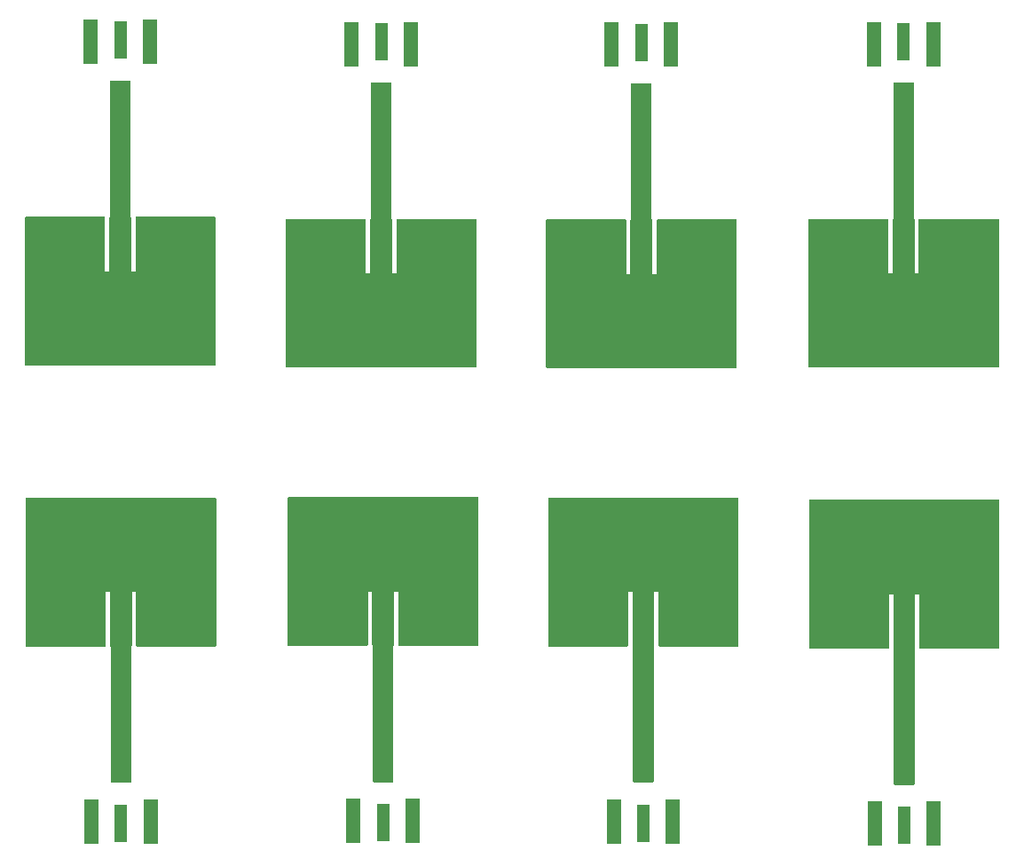
<source format=gbr>
%TF.GenerationSoftware,KiCad,Pcbnew,(5.1.8)-1*%
%TF.CreationDate,2020-12-04T16:42:46+03:00*%
%TF.ProjectId,Antenna,416e7465-6e6e-4612-9e6b-696361645f70,rev?*%
%TF.SameCoordinates,Original*%
%TF.FileFunction,Soldermask,Top*%
%TF.FilePolarity,Negative*%
%FSLAX46Y46*%
G04 Gerber Fmt 4.6, Leading zero omitted, Abs format (unit mm)*
G04 Created by KiCad (PCBNEW (5.1.8)-1) date 2020-12-04 16:42:46*
%MOMM*%
%LPD*%
G01*
G04 APERTURE LIST*
%ADD10R,1.350000X4.200000*%
%ADD11R,1.270000X3.600000*%
%ADD12C,0.100000*%
G04 APERTURE END LIST*
D10*
%TO.C,J101*%
X146081000Y-42227500D03*
X140431000Y-42227500D03*
D11*
X143256000Y-42027500D03*
%TD*%
D10*
%TO.C,J101*%
X220820500Y-42418000D03*
X215170500Y-42418000D03*
D11*
X217995500Y-42218000D03*
%TD*%
D10*
%TO.C,J101*%
X170973000Y-42418000D03*
X165323000Y-42418000D03*
D11*
X168148000Y-42218000D03*
%TD*%
%TO.C,J101*%
X192976500Y-42281500D03*
D10*
X190151500Y-42481500D03*
X195801500Y-42481500D03*
%TD*%
D12*
%TO.C,AE101*%
G36*
X183978363Y-73352495D02*
G01*
X183978302Y-73352498D01*
X183978241Y-73352495D01*
X183977604Y-73352490D01*
X183973098Y-73352207D01*
X183968547Y-73351952D01*
X183968206Y-73351899D01*
X183967853Y-73351877D01*
X183963372Y-73351151D01*
X183958892Y-73350458D01*
X183958551Y-73350370D01*
X183958209Y-73350315D01*
X183953861Y-73349166D01*
X183949429Y-73348028D01*
X183949098Y-73347908D01*
X183948763Y-73347819D01*
X183944495Y-73346232D01*
X183940248Y-73344686D01*
X183939938Y-73344537D01*
X183939606Y-73344414D01*
X183935488Y-73342405D01*
X183931438Y-73340465D01*
X183931141Y-73340285D01*
X183930825Y-73340131D01*
X183926961Y-73337754D01*
X183923081Y-73335404D01*
X183922800Y-73335194D01*
X183922503Y-73335011D01*
X183918878Y-73332259D01*
X183915258Y-73329551D01*
X183915002Y-73329318D01*
X183914721Y-73329104D01*
X183911378Y-73326008D01*
X183908043Y-73322963D01*
X183907809Y-73322703D01*
X183907553Y-73322466D01*
X183904538Y-73319070D01*
X183901506Y-73315703D01*
X183901300Y-73315423D01*
X183901066Y-73315160D01*
X183898403Y-73311494D01*
X183895708Y-73307839D01*
X183895527Y-73307536D01*
X183895324Y-73307256D01*
X183893051Y-73303383D01*
X183890705Y-73299447D01*
X183890555Y-73299128D01*
X183890380Y-73298830D01*
X183888503Y-73294768D01*
X183886545Y-73290607D01*
X183886426Y-73290272D01*
X183886282Y-73289961D01*
X183884813Y-73285743D01*
X183883268Y-73281403D01*
X183883182Y-73281059D01*
X183883069Y-73280734D01*
X183882013Y-73276369D01*
X183880904Y-73271923D01*
X183880853Y-73271576D01*
X183880771Y-73271238D01*
X183880148Y-73266801D01*
X183879477Y-73262258D01*
X183879460Y-73261902D01*
X183879412Y-73261563D01*
X183879223Y-73257053D01*
X183879000Y-73252500D01*
X183879000Y-59252500D01*
X183879005Y-59251863D01*
X183879002Y-59251802D01*
X183879005Y-59251741D01*
X183879010Y-59251104D01*
X183879293Y-59246598D01*
X183879548Y-59242047D01*
X183879601Y-59241706D01*
X183879623Y-59241353D01*
X183880349Y-59236872D01*
X183881042Y-59232392D01*
X183881130Y-59232051D01*
X183881185Y-59231709D01*
X183882334Y-59227361D01*
X183883472Y-59222929D01*
X183883592Y-59222598D01*
X183883681Y-59222263D01*
X183885268Y-59217995D01*
X183886814Y-59213748D01*
X183886963Y-59213438D01*
X183887086Y-59213106D01*
X183889095Y-59208988D01*
X183891035Y-59204938D01*
X183891215Y-59204641D01*
X183891369Y-59204325D01*
X183893746Y-59200461D01*
X183896096Y-59196581D01*
X183896306Y-59196300D01*
X183896489Y-59196003D01*
X183899241Y-59192378D01*
X183901949Y-59188758D01*
X183902182Y-59188502D01*
X183902396Y-59188221D01*
X183905492Y-59184878D01*
X183908537Y-59181543D01*
X183908797Y-59181309D01*
X183909034Y-59181053D01*
X183912430Y-59178038D01*
X183915797Y-59175006D01*
X183916077Y-59174800D01*
X183916340Y-59174566D01*
X183920006Y-59171903D01*
X183923661Y-59169208D01*
X183923964Y-59169027D01*
X183924244Y-59168824D01*
X183928117Y-59166551D01*
X183932053Y-59164205D01*
X183932372Y-59164055D01*
X183932670Y-59163880D01*
X183936732Y-59162003D01*
X183940893Y-59160045D01*
X183941228Y-59159926D01*
X183941539Y-59159782D01*
X183945757Y-59158313D01*
X183950097Y-59156768D01*
X183950441Y-59156682D01*
X183950766Y-59156569D01*
X183955131Y-59155513D01*
X183959577Y-59154404D01*
X183959924Y-59154353D01*
X183960262Y-59154271D01*
X183964699Y-59153648D01*
X183969242Y-59152977D01*
X183969598Y-59152960D01*
X183969937Y-59152912D01*
X183974447Y-59152723D01*
X183979000Y-59152500D01*
X191429000Y-59152500D01*
X191429637Y-59152505D01*
X191429698Y-59152502D01*
X191429759Y-59152505D01*
X191430396Y-59152510D01*
X191434902Y-59152793D01*
X191439453Y-59153048D01*
X191439794Y-59153101D01*
X191440147Y-59153123D01*
X191444628Y-59153849D01*
X191449108Y-59154542D01*
X191449449Y-59154630D01*
X191449791Y-59154685D01*
X191454139Y-59155834D01*
X191458571Y-59156972D01*
X191458902Y-59157092D01*
X191459237Y-59157181D01*
X191463505Y-59158768D01*
X191467752Y-59160314D01*
X191468062Y-59160463D01*
X191468394Y-59160586D01*
X191472512Y-59162595D01*
X191476562Y-59164535D01*
X191476859Y-59164715D01*
X191477175Y-59164869D01*
X191481039Y-59167246D01*
X191484919Y-59169596D01*
X191485200Y-59169806D01*
X191485497Y-59169989D01*
X191489122Y-59172741D01*
X191492742Y-59175449D01*
X191492998Y-59175682D01*
X191493279Y-59175896D01*
X191496622Y-59178992D01*
X191499957Y-59182037D01*
X191500191Y-59182297D01*
X191500447Y-59182534D01*
X191503462Y-59185930D01*
X191506494Y-59189297D01*
X191506700Y-59189577D01*
X191506934Y-59189840D01*
X191509597Y-59193506D01*
X191512292Y-59197161D01*
X191512473Y-59197464D01*
X191512676Y-59197744D01*
X191514949Y-59201617D01*
X191517295Y-59205553D01*
X191517445Y-59205872D01*
X191517620Y-59206170D01*
X191519497Y-59210232D01*
X191521455Y-59214393D01*
X191521574Y-59214728D01*
X191521718Y-59215039D01*
X191523187Y-59219257D01*
X191524732Y-59223597D01*
X191524818Y-59223941D01*
X191524931Y-59224266D01*
X191525987Y-59228631D01*
X191527096Y-59233077D01*
X191527147Y-59233424D01*
X191527229Y-59233762D01*
X191527852Y-59238199D01*
X191528523Y-59242742D01*
X191528540Y-59243098D01*
X191528588Y-59243437D01*
X191528777Y-59247947D01*
X191529000Y-59252500D01*
X191529000Y-64352500D01*
X191929000Y-64352500D01*
X191929000Y-59252500D01*
X191929005Y-59251863D01*
X191929002Y-59251802D01*
X191929005Y-59251741D01*
X191929010Y-59251104D01*
X191929293Y-59246598D01*
X191929548Y-59242047D01*
X191929601Y-59241706D01*
X191929623Y-59241353D01*
X191930349Y-59236872D01*
X191931042Y-59232392D01*
X191931130Y-59232051D01*
X191931185Y-59231709D01*
X191932334Y-59227361D01*
X191933472Y-59222929D01*
X191933592Y-59222598D01*
X191933681Y-59222263D01*
X191935268Y-59217995D01*
X191936814Y-59213748D01*
X191936963Y-59213438D01*
X191937086Y-59213106D01*
X191939095Y-59208988D01*
X191941035Y-59204938D01*
X191941215Y-59204641D01*
X191941369Y-59204325D01*
X191943746Y-59200461D01*
X191946096Y-59196581D01*
X191946306Y-59196300D01*
X191946489Y-59196003D01*
X191949241Y-59192378D01*
X191951949Y-59188758D01*
X191952182Y-59188502D01*
X191952396Y-59188221D01*
X191955492Y-59184878D01*
X191958537Y-59181543D01*
X191958797Y-59181309D01*
X191959034Y-59181053D01*
X191962430Y-59178038D01*
X191965797Y-59175006D01*
X191966077Y-59174800D01*
X191966340Y-59174566D01*
X191970006Y-59171903D01*
X191973661Y-59169208D01*
X191973964Y-59169027D01*
X191974244Y-59168824D01*
X191978117Y-59166551D01*
X191982053Y-59164205D01*
X191982372Y-59164055D01*
X191982670Y-59163880D01*
X191986732Y-59162003D01*
X191990893Y-59160045D01*
X191991228Y-59159926D01*
X191991539Y-59159782D01*
X191995757Y-59158313D01*
X192000097Y-59156768D01*
X192000441Y-59156682D01*
X192000766Y-59156569D01*
X192004000Y-59155786D01*
X192004000Y-46252500D01*
X192004005Y-46251863D01*
X192004002Y-46251802D01*
X192004005Y-46251741D01*
X192004010Y-46251104D01*
X192004293Y-46246598D01*
X192004548Y-46242047D01*
X192004601Y-46241706D01*
X192004623Y-46241353D01*
X192005349Y-46236872D01*
X192006042Y-46232392D01*
X192006130Y-46232051D01*
X192006185Y-46231709D01*
X192007334Y-46227361D01*
X192008472Y-46222929D01*
X192008592Y-46222598D01*
X192008681Y-46222263D01*
X192010268Y-46217995D01*
X192011814Y-46213748D01*
X192011963Y-46213438D01*
X192012086Y-46213106D01*
X192014095Y-46208988D01*
X192016035Y-46204938D01*
X192016215Y-46204641D01*
X192016369Y-46204325D01*
X192018746Y-46200461D01*
X192021096Y-46196581D01*
X192021306Y-46196300D01*
X192021489Y-46196003D01*
X192024241Y-46192378D01*
X192026949Y-46188758D01*
X192027182Y-46188502D01*
X192027396Y-46188221D01*
X192030492Y-46184878D01*
X192033537Y-46181543D01*
X192033797Y-46181309D01*
X192034034Y-46181053D01*
X192037430Y-46178038D01*
X192040797Y-46175006D01*
X192041077Y-46174800D01*
X192041340Y-46174566D01*
X192045006Y-46171903D01*
X192048661Y-46169208D01*
X192048964Y-46169027D01*
X192049244Y-46168824D01*
X192053117Y-46166551D01*
X192057053Y-46164205D01*
X192057372Y-46164055D01*
X192057670Y-46163880D01*
X192061732Y-46162003D01*
X192065893Y-46160045D01*
X192066228Y-46159926D01*
X192066539Y-46159782D01*
X192070757Y-46158313D01*
X192075097Y-46156768D01*
X192075441Y-46156682D01*
X192075766Y-46156569D01*
X192080131Y-46155513D01*
X192084577Y-46154404D01*
X192084924Y-46154353D01*
X192085262Y-46154271D01*
X192089699Y-46153648D01*
X192094242Y-46152977D01*
X192094598Y-46152960D01*
X192094937Y-46152912D01*
X192099447Y-46152723D01*
X192104000Y-46152500D01*
X193854000Y-46152500D01*
X193854637Y-46152505D01*
X193854698Y-46152502D01*
X193854759Y-46152505D01*
X193855396Y-46152510D01*
X193859902Y-46152793D01*
X193864453Y-46153048D01*
X193864794Y-46153101D01*
X193865147Y-46153123D01*
X193869628Y-46153849D01*
X193874108Y-46154542D01*
X193874449Y-46154630D01*
X193874791Y-46154685D01*
X193879139Y-46155834D01*
X193883571Y-46156972D01*
X193883902Y-46157092D01*
X193884237Y-46157181D01*
X193888505Y-46158768D01*
X193892752Y-46160314D01*
X193893062Y-46160463D01*
X193893394Y-46160586D01*
X193897512Y-46162595D01*
X193901562Y-46164535D01*
X193901859Y-46164715D01*
X193902175Y-46164869D01*
X193906039Y-46167246D01*
X193909919Y-46169596D01*
X193910200Y-46169806D01*
X193910497Y-46169989D01*
X193914122Y-46172741D01*
X193917742Y-46175449D01*
X193917998Y-46175682D01*
X193918279Y-46175896D01*
X193921622Y-46178992D01*
X193924957Y-46182037D01*
X193925191Y-46182297D01*
X193925447Y-46182534D01*
X193928462Y-46185930D01*
X193931494Y-46189297D01*
X193931700Y-46189577D01*
X193931934Y-46189840D01*
X193934597Y-46193506D01*
X193937292Y-46197161D01*
X193937473Y-46197464D01*
X193937676Y-46197744D01*
X193939949Y-46201617D01*
X193942295Y-46205553D01*
X193942445Y-46205872D01*
X193942620Y-46206170D01*
X193944497Y-46210232D01*
X193946455Y-46214393D01*
X193946574Y-46214728D01*
X193946718Y-46215039D01*
X193948187Y-46219257D01*
X193949732Y-46223597D01*
X193949818Y-46223941D01*
X193949931Y-46224266D01*
X193950987Y-46228631D01*
X193952096Y-46233077D01*
X193952147Y-46233424D01*
X193952229Y-46233762D01*
X193952852Y-46238199D01*
X193953523Y-46242742D01*
X193953540Y-46243098D01*
X193953588Y-46243437D01*
X193953777Y-46247947D01*
X193954000Y-46252500D01*
X193954000Y-59155797D01*
X193954139Y-59155834D01*
X193958571Y-59156972D01*
X193958902Y-59157092D01*
X193959237Y-59157181D01*
X193963505Y-59158768D01*
X193967752Y-59160314D01*
X193968062Y-59160463D01*
X193968394Y-59160586D01*
X193972512Y-59162595D01*
X193976562Y-59164535D01*
X193976859Y-59164715D01*
X193977175Y-59164869D01*
X193981039Y-59167246D01*
X193984919Y-59169596D01*
X193985200Y-59169806D01*
X193985497Y-59169989D01*
X193989122Y-59172741D01*
X193992742Y-59175449D01*
X193992998Y-59175682D01*
X193993279Y-59175896D01*
X193996622Y-59178992D01*
X193999957Y-59182037D01*
X194000191Y-59182297D01*
X194000447Y-59182534D01*
X194003462Y-59185930D01*
X194006494Y-59189297D01*
X194006700Y-59189577D01*
X194006934Y-59189840D01*
X194009597Y-59193506D01*
X194012292Y-59197161D01*
X194012473Y-59197464D01*
X194012676Y-59197744D01*
X194014949Y-59201617D01*
X194017295Y-59205553D01*
X194017445Y-59205872D01*
X194017620Y-59206170D01*
X194019497Y-59210232D01*
X194021455Y-59214393D01*
X194021574Y-59214728D01*
X194021718Y-59215039D01*
X194023187Y-59219257D01*
X194024732Y-59223597D01*
X194024818Y-59223941D01*
X194024931Y-59224266D01*
X194025987Y-59228631D01*
X194027096Y-59233077D01*
X194027147Y-59233424D01*
X194027229Y-59233762D01*
X194027852Y-59238199D01*
X194028523Y-59242742D01*
X194028540Y-59243098D01*
X194028588Y-59243437D01*
X194028777Y-59247947D01*
X194029000Y-59252500D01*
X194029000Y-64352500D01*
X194429000Y-64352500D01*
X194429000Y-59252500D01*
X194429005Y-59251863D01*
X194429002Y-59251802D01*
X194429005Y-59251741D01*
X194429010Y-59251104D01*
X194429293Y-59246598D01*
X194429548Y-59242047D01*
X194429601Y-59241706D01*
X194429623Y-59241353D01*
X194430349Y-59236872D01*
X194431042Y-59232392D01*
X194431130Y-59232051D01*
X194431185Y-59231709D01*
X194432334Y-59227361D01*
X194433472Y-59222929D01*
X194433592Y-59222598D01*
X194433681Y-59222263D01*
X194435268Y-59217995D01*
X194436814Y-59213748D01*
X194436963Y-59213438D01*
X194437086Y-59213106D01*
X194439095Y-59208988D01*
X194441035Y-59204938D01*
X194441215Y-59204641D01*
X194441369Y-59204325D01*
X194443746Y-59200461D01*
X194446096Y-59196581D01*
X194446306Y-59196300D01*
X194446489Y-59196003D01*
X194449241Y-59192378D01*
X194451949Y-59188758D01*
X194452182Y-59188502D01*
X194452396Y-59188221D01*
X194455492Y-59184878D01*
X194458537Y-59181543D01*
X194458797Y-59181309D01*
X194459034Y-59181053D01*
X194462430Y-59178038D01*
X194465797Y-59175006D01*
X194466077Y-59174800D01*
X194466340Y-59174566D01*
X194470006Y-59171903D01*
X194473661Y-59169208D01*
X194473964Y-59169027D01*
X194474244Y-59168824D01*
X194478117Y-59166551D01*
X194482053Y-59164205D01*
X194482372Y-59164055D01*
X194482670Y-59163880D01*
X194486732Y-59162003D01*
X194490893Y-59160045D01*
X194491228Y-59159926D01*
X194491539Y-59159782D01*
X194495757Y-59158313D01*
X194500097Y-59156768D01*
X194500441Y-59156682D01*
X194500766Y-59156569D01*
X194505131Y-59155513D01*
X194509577Y-59154404D01*
X194509924Y-59154353D01*
X194510262Y-59154271D01*
X194514699Y-59153648D01*
X194519242Y-59152977D01*
X194519598Y-59152960D01*
X194519937Y-59152912D01*
X194524447Y-59152723D01*
X194529000Y-59152500D01*
X201979000Y-59152500D01*
X201979637Y-59152505D01*
X201979698Y-59152502D01*
X201979759Y-59152505D01*
X201980396Y-59152510D01*
X201984902Y-59152793D01*
X201989453Y-59153048D01*
X201989794Y-59153101D01*
X201990147Y-59153123D01*
X201994628Y-59153849D01*
X201999108Y-59154542D01*
X201999449Y-59154630D01*
X201999791Y-59154685D01*
X202004139Y-59155834D01*
X202008571Y-59156972D01*
X202008902Y-59157092D01*
X202009237Y-59157181D01*
X202013505Y-59158768D01*
X202017752Y-59160314D01*
X202018062Y-59160463D01*
X202018394Y-59160586D01*
X202022512Y-59162595D01*
X202026562Y-59164535D01*
X202026859Y-59164715D01*
X202027175Y-59164869D01*
X202031039Y-59167246D01*
X202034919Y-59169596D01*
X202035200Y-59169806D01*
X202035497Y-59169989D01*
X202039122Y-59172741D01*
X202042742Y-59175449D01*
X202042998Y-59175682D01*
X202043279Y-59175896D01*
X202046622Y-59178992D01*
X202049957Y-59182037D01*
X202050191Y-59182297D01*
X202050447Y-59182534D01*
X202053462Y-59185930D01*
X202056494Y-59189297D01*
X202056700Y-59189577D01*
X202056934Y-59189840D01*
X202059597Y-59193506D01*
X202062292Y-59197161D01*
X202062473Y-59197464D01*
X202062676Y-59197744D01*
X202064949Y-59201617D01*
X202067295Y-59205553D01*
X202067445Y-59205872D01*
X202067620Y-59206170D01*
X202069497Y-59210232D01*
X202071455Y-59214393D01*
X202071574Y-59214728D01*
X202071718Y-59215039D01*
X202073187Y-59219257D01*
X202074732Y-59223597D01*
X202074818Y-59223941D01*
X202074931Y-59224266D01*
X202075987Y-59228631D01*
X202077096Y-59233077D01*
X202077147Y-59233424D01*
X202077229Y-59233762D01*
X202077852Y-59238199D01*
X202078523Y-59242742D01*
X202078540Y-59243098D01*
X202078588Y-59243437D01*
X202078777Y-59247947D01*
X202079000Y-59252500D01*
X202079000Y-73252500D01*
X202078995Y-73253137D01*
X202078998Y-73253198D01*
X202078995Y-73253259D01*
X202078990Y-73253896D01*
X202078707Y-73258402D01*
X202078452Y-73262953D01*
X202078399Y-73263294D01*
X202078377Y-73263647D01*
X202077651Y-73268128D01*
X202076958Y-73272608D01*
X202076870Y-73272949D01*
X202076815Y-73273291D01*
X202075666Y-73277639D01*
X202074528Y-73282071D01*
X202074408Y-73282402D01*
X202074319Y-73282737D01*
X202072732Y-73287005D01*
X202071186Y-73291252D01*
X202071037Y-73291562D01*
X202070914Y-73291894D01*
X202068905Y-73296012D01*
X202066965Y-73300062D01*
X202066785Y-73300359D01*
X202066631Y-73300675D01*
X202064254Y-73304539D01*
X202061904Y-73308419D01*
X202061694Y-73308700D01*
X202061511Y-73308997D01*
X202058759Y-73312622D01*
X202056051Y-73316242D01*
X202055818Y-73316498D01*
X202055604Y-73316779D01*
X202052508Y-73320122D01*
X202049463Y-73323457D01*
X202049203Y-73323691D01*
X202048966Y-73323947D01*
X202045570Y-73326962D01*
X202042203Y-73329994D01*
X202041923Y-73330200D01*
X202041660Y-73330434D01*
X202037994Y-73333097D01*
X202034339Y-73335792D01*
X202034036Y-73335973D01*
X202033756Y-73336176D01*
X202029883Y-73338449D01*
X202025947Y-73340795D01*
X202025628Y-73340945D01*
X202025330Y-73341120D01*
X202021268Y-73342997D01*
X202017107Y-73344955D01*
X202016772Y-73345074D01*
X202016461Y-73345218D01*
X202012243Y-73346687D01*
X202007903Y-73348232D01*
X202007559Y-73348318D01*
X202007234Y-73348431D01*
X202002869Y-73349487D01*
X201998423Y-73350596D01*
X201998076Y-73350647D01*
X201997738Y-73350729D01*
X201993301Y-73351352D01*
X201988758Y-73352023D01*
X201988402Y-73352040D01*
X201988063Y-73352088D01*
X201983553Y-73352277D01*
X201979000Y-73352500D01*
X183979000Y-73352500D01*
X183978363Y-73352495D01*
G37*
%TD*%
%TO.C,AE101*%
G36*
X208997363Y-73288995D02*
G01*
X208997302Y-73288998D01*
X208997241Y-73288995D01*
X208996604Y-73288990D01*
X208992098Y-73288707D01*
X208987547Y-73288452D01*
X208987206Y-73288399D01*
X208986853Y-73288377D01*
X208982372Y-73287651D01*
X208977892Y-73286958D01*
X208977551Y-73286870D01*
X208977209Y-73286815D01*
X208972861Y-73285666D01*
X208968429Y-73284528D01*
X208968098Y-73284408D01*
X208967763Y-73284319D01*
X208963495Y-73282732D01*
X208959248Y-73281186D01*
X208958938Y-73281037D01*
X208958606Y-73280914D01*
X208954488Y-73278905D01*
X208950438Y-73276965D01*
X208950141Y-73276785D01*
X208949825Y-73276631D01*
X208945961Y-73274254D01*
X208942081Y-73271904D01*
X208941800Y-73271694D01*
X208941503Y-73271511D01*
X208937878Y-73268759D01*
X208934258Y-73266051D01*
X208934002Y-73265818D01*
X208933721Y-73265604D01*
X208930378Y-73262508D01*
X208927043Y-73259463D01*
X208926809Y-73259203D01*
X208926553Y-73258966D01*
X208923538Y-73255570D01*
X208920506Y-73252203D01*
X208920300Y-73251923D01*
X208920066Y-73251660D01*
X208917403Y-73247994D01*
X208914708Y-73244339D01*
X208914527Y-73244036D01*
X208914324Y-73243756D01*
X208912051Y-73239883D01*
X208909705Y-73235947D01*
X208909555Y-73235628D01*
X208909380Y-73235330D01*
X208907503Y-73231268D01*
X208905545Y-73227107D01*
X208905426Y-73226772D01*
X208905282Y-73226461D01*
X208903813Y-73222243D01*
X208902268Y-73217903D01*
X208902182Y-73217559D01*
X208902069Y-73217234D01*
X208901013Y-73212869D01*
X208899904Y-73208423D01*
X208899853Y-73208076D01*
X208899771Y-73207738D01*
X208899148Y-73203301D01*
X208898477Y-73198758D01*
X208898460Y-73198402D01*
X208898412Y-73198063D01*
X208898223Y-73193553D01*
X208898000Y-73189000D01*
X208898000Y-59189000D01*
X208898005Y-59188363D01*
X208898002Y-59188302D01*
X208898005Y-59188241D01*
X208898010Y-59187604D01*
X208898293Y-59183098D01*
X208898548Y-59178547D01*
X208898601Y-59178206D01*
X208898623Y-59177853D01*
X208899349Y-59173372D01*
X208900042Y-59168892D01*
X208900130Y-59168551D01*
X208900185Y-59168209D01*
X208901334Y-59163861D01*
X208902472Y-59159429D01*
X208902592Y-59159098D01*
X208902681Y-59158763D01*
X208904268Y-59154495D01*
X208905814Y-59150248D01*
X208905963Y-59149938D01*
X208906086Y-59149606D01*
X208908095Y-59145488D01*
X208910035Y-59141438D01*
X208910215Y-59141141D01*
X208910369Y-59140825D01*
X208912746Y-59136961D01*
X208915096Y-59133081D01*
X208915306Y-59132800D01*
X208915489Y-59132503D01*
X208918241Y-59128878D01*
X208920949Y-59125258D01*
X208921182Y-59125002D01*
X208921396Y-59124721D01*
X208924492Y-59121378D01*
X208927537Y-59118043D01*
X208927797Y-59117809D01*
X208928034Y-59117553D01*
X208931430Y-59114538D01*
X208934797Y-59111506D01*
X208935077Y-59111300D01*
X208935340Y-59111066D01*
X208939006Y-59108403D01*
X208942661Y-59105708D01*
X208942964Y-59105527D01*
X208943244Y-59105324D01*
X208947117Y-59103051D01*
X208951053Y-59100705D01*
X208951372Y-59100555D01*
X208951670Y-59100380D01*
X208955732Y-59098503D01*
X208959893Y-59096545D01*
X208960228Y-59096426D01*
X208960539Y-59096282D01*
X208964757Y-59094813D01*
X208969097Y-59093268D01*
X208969441Y-59093182D01*
X208969766Y-59093069D01*
X208974131Y-59092013D01*
X208978577Y-59090904D01*
X208978924Y-59090853D01*
X208979262Y-59090771D01*
X208983699Y-59090148D01*
X208988242Y-59089477D01*
X208988598Y-59089460D01*
X208988937Y-59089412D01*
X208993447Y-59089223D01*
X208998000Y-59089000D01*
X216448000Y-59089000D01*
X216448637Y-59089005D01*
X216448698Y-59089002D01*
X216448759Y-59089005D01*
X216449396Y-59089010D01*
X216453902Y-59089293D01*
X216458453Y-59089548D01*
X216458794Y-59089601D01*
X216459147Y-59089623D01*
X216463628Y-59090349D01*
X216468108Y-59091042D01*
X216468449Y-59091130D01*
X216468791Y-59091185D01*
X216473139Y-59092334D01*
X216477571Y-59093472D01*
X216477902Y-59093592D01*
X216478237Y-59093681D01*
X216482505Y-59095268D01*
X216486752Y-59096814D01*
X216487062Y-59096963D01*
X216487394Y-59097086D01*
X216491512Y-59099095D01*
X216495562Y-59101035D01*
X216495859Y-59101215D01*
X216496175Y-59101369D01*
X216500039Y-59103746D01*
X216503919Y-59106096D01*
X216504200Y-59106306D01*
X216504497Y-59106489D01*
X216508122Y-59109241D01*
X216511742Y-59111949D01*
X216511998Y-59112182D01*
X216512279Y-59112396D01*
X216515622Y-59115492D01*
X216518957Y-59118537D01*
X216519191Y-59118797D01*
X216519447Y-59119034D01*
X216522462Y-59122430D01*
X216525494Y-59125797D01*
X216525700Y-59126077D01*
X216525934Y-59126340D01*
X216528597Y-59130006D01*
X216531292Y-59133661D01*
X216531473Y-59133964D01*
X216531676Y-59134244D01*
X216533949Y-59138117D01*
X216536295Y-59142053D01*
X216536445Y-59142372D01*
X216536620Y-59142670D01*
X216538497Y-59146732D01*
X216540455Y-59150893D01*
X216540574Y-59151228D01*
X216540718Y-59151539D01*
X216542187Y-59155757D01*
X216543732Y-59160097D01*
X216543818Y-59160441D01*
X216543931Y-59160766D01*
X216544987Y-59165131D01*
X216546096Y-59169577D01*
X216546147Y-59169924D01*
X216546229Y-59170262D01*
X216546852Y-59174699D01*
X216547523Y-59179242D01*
X216547540Y-59179598D01*
X216547588Y-59179937D01*
X216547777Y-59184447D01*
X216548000Y-59189000D01*
X216548000Y-64289000D01*
X216948000Y-64289000D01*
X216948000Y-59189000D01*
X216948005Y-59188363D01*
X216948002Y-59188302D01*
X216948005Y-59188241D01*
X216948010Y-59187604D01*
X216948293Y-59183098D01*
X216948548Y-59178547D01*
X216948601Y-59178206D01*
X216948623Y-59177853D01*
X216949349Y-59173372D01*
X216950042Y-59168892D01*
X216950130Y-59168551D01*
X216950185Y-59168209D01*
X216951334Y-59163861D01*
X216952472Y-59159429D01*
X216952592Y-59159098D01*
X216952681Y-59158763D01*
X216954268Y-59154495D01*
X216955814Y-59150248D01*
X216955963Y-59149938D01*
X216956086Y-59149606D01*
X216958095Y-59145488D01*
X216960035Y-59141438D01*
X216960215Y-59141141D01*
X216960369Y-59140825D01*
X216962746Y-59136961D01*
X216965096Y-59133081D01*
X216965306Y-59132800D01*
X216965489Y-59132503D01*
X216968241Y-59128878D01*
X216970949Y-59125258D01*
X216971182Y-59125002D01*
X216971396Y-59124721D01*
X216974492Y-59121378D01*
X216977537Y-59118043D01*
X216977797Y-59117809D01*
X216978034Y-59117553D01*
X216981430Y-59114538D01*
X216984797Y-59111506D01*
X216985077Y-59111300D01*
X216985340Y-59111066D01*
X216989006Y-59108403D01*
X216992661Y-59105708D01*
X216992964Y-59105527D01*
X216993244Y-59105324D01*
X216997117Y-59103051D01*
X217001053Y-59100705D01*
X217001372Y-59100555D01*
X217001670Y-59100380D01*
X217005732Y-59098503D01*
X217009893Y-59096545D01*
X217010228Y-59096426D01*
X217010539Y-59096282D01*
X217014757Y-59094813D01*
X217019097Y-59093268D01*
X217019441Y-59093182D01*
X217019766Y-59093069D01*
X217023000Y-59092286D01*
X217023000Y-46189000D01*
X217023005Y-46188363D01*
X217023002Y-46188302D01*
X217023005Y-46188241D01*
X217023010Y-46187604D01*
X217023293Y-46183098D01*
X217023548Y-46178547D01*
X217023601Y-46178206D01*
X217023623Y-46177853D01*
X217024349Y-46173372D01*
X217025042Y-46168892D01*
X217025130Y-46168551D01*
X217025185Y-46168209D01*
X217026334Y-46163861D01*
X217027472Y-46159429D01*
X217027592Y-46159098D01*
X217027681Y-46158763D01*
X217029268Y-46154495D01*
X217030814Y-46150248D01*
X217030963Y-46149938D01*
X217031086Y-46149606D01*
X217033095Y-46145488D01*
X217035035Y-46141438D01*
X217035215Y-46141141D01*
X217035369Y-46140825D01*
X217037746Y-46136961D01*
X217040096Y-46133081D01*
X217040306Y-46132800D01*
X217040489Y-46132503D01*
X217043241Y-46128878D01*
X217045949Y-46125258D01*
X217046182Y-46125002D01*
X217046396Y-46124721D01*
X217049492Y-46121378D01*
X217052537Y-46118043D01*
X217052797Y-46117809D01*
X217053034Y-46117553D01*
X217056430Y-46114538D01*
X217059797Y-46111506D01*
X217060077Y-46111300D01*
X217060340Y-46111066D01*
X217064006Y-46108403D01*
X217067661Y-46105708D01*
X217067964Y-46105527D01*
X217068244Y-46105324D01*
X217072117Y-46103051D01*
X217076053Y-46100705D01*
X217076372Y-46100555D01*
X217076670Y-46100380D01*
X217080732Y-46098503D01*
X217084893Y-46096545D01*
X217085228Y-46096426D01*
X217085539Y-46096282D01*
X217089757Y-46094813D01*
X217094097Y-46093268D01*
X217094441Y-46093182D01*
X217094766Y-46093069D01*
X217099131Y-46092013D01*
X217103577Y-46090904D01*
X217103924Y-46090853D01*
X217104262Y-46090771D01*
X217108699Y-46090148D01*
X217113242Y-46089477D01*
X217113598Y-46089460D01*
X217113937Y-46089412D01*
X217118447Y-46089223D01*
X217123000Y-46089000D01*
X218873000Y-46089000D01*
X218873637Y-46089005D01*
X218873698Y-46089002D01*
X218873759Y-46089005D01*
X218874396Y-46089010D01*
X218878902Y-46089293D01*
X218883453Y-46089548D01*
X218883794Y-46089601D01*
X218884147Y-46089623D01*
X218888628Y-46090349D01*
X218893108Y-46091042D01*
X218893449Y-46091130D01*
X218893791Y-46091185D01*
X218898139Y-46092334D01*
X218902571Y-46093472D01*
X218902902Y-46093592D01*
X218903237Y-46093681D01*
X218907505Y-46095268D01*
X218911752Y-46096814D01*
X218912062Y-46096963D01*
X218912394Y-46097086D01*
X218916512Y-46099095D01*
X218920562Y-46101035D01*
X218920859Y-46101215D01*
X218921175Y-46101369D01*
X218925039Y-46103746D01*
X218928919Y-46106096D01*
X218929200Y-46106306D01*
X218929497Y-46106489D01*
X218933122Y-46109241D01*
X218936742Y-46111949D01*
X218936998Y-46112182D01*
X218937279Y-46112396D01*
X218940622Y-46115492D01*
X218943957Y-46118537D01*
X218944191Y-46118797D01*
X218944447Y-46119034D01*
X218947462Y-46122430D01*
X218950494Y-46125797D01*
X218950700Y-46126077D01*
X218950934Y-46126340D01*
X218953597Y-46130006D01*
X218956292Y-46133661D01*
X218956473Y-46133964D01*
X218956676Y-46134244D01*
X218958949Y-46138117D01*
X218961295Y-46142053D01*
X218961445Y-46142372D01*
X218961620Y-46142670D01*
X218963497Y-46146732D01*
X218965455Y-46150893D01*
X218965574Y-46151228D01*
X218965718Y-46151539D01*
X218967187Y-46155757D01*
X218968732Y-46160097D01*
X218968818Y-46160441D01*
X218968931Y-46160766D01*
X218969987Y-46165131D01*
X218971096Y-46169577D01*
X218971147Y-46169924D01*
X218971229Y-46170262D01*
X218971852Y-46174699D01*
X218972523Y-46179242D01*
X218972540Y-46179598D01*
X218972588Y-46179937D01*
X218972777Y-46184447D01*
X218973000Y-46189000D01*
X218973000Y-59092297D01*
X218973139Y-59092334D01*
X218977571Y-59093472D01*
X218977902Y-59093592D01*
X218978237Y-59093681D01*
X218982505Y-59095268D01*
X218986752Y-59096814D01*
X218987062Y-59096963D01*
X218987394Y-59097086D01*
X218991512Y-59099095D01*
X218995562Y-59101035D01*
X218995859Y-59101215D01*
X218996175Y-59101369D01*
X219000039Y-59103746D01*
X219003919Y-59106096D01*
X219004200Y-59106306D01*
X219004497Y-59106489D01*
X219008122Y-59109241D01*
X219011742Y-59111949D01*
X219011998Y-59112182D01*
X219012279Y-59112396D01*
X219015622Y-59115492D01*
X219018957Y-59118537D01*
X219019191Y-59118797D01*
X219019447Y-59119034D01*
X219022462Y-59122430D01*
X219025494Y-59125797D01*
X219025700Y-59126077D01*
X219025934Y-59126340D01*
X219028597Y-59130006D01*
X219031292Y-59133661D01*
X219031473Y-59133964D01*
X219031676Y-59134244D01*
X219033949Y-59138117D01*
X219036295Y-59142053D01*
X219036445Y-59142372D01*
X219036620Y-59142670D01*
X219038497Y-59146732D01*
X219040455Y-59150893D01*
X219040574Y-59151228D01*
X219040718Y-59151539D01*
X219042187Y-59155757D01*
X219043732Y-59160097D01*
X219043818Y-59160441D01*
X219043931Y-59160766D01*
X219044987Y-59165131D01*
X219046096Y-59169577D01*
X219046147Y-59169924D01*
X219046229Y-59170262D01*
X219046852Y-59174699D01*
X219047523Y-59179242D01*
X219047540Y-59179598D01*
X219047588Y-59179937D01*
X219047777Y-59184447D01*
X219048000Y-59189000D01*
X219048000Y-64289000D01*
X219448000Y-64289000D01*
X219448000Y-59189000D01*
X219448005Y-59188363D01*
X219448002Y-59188302D01*
X219448005Y-59188241D01*
X219448010Y-59187604D01*
X219448293Y-59183098D01*
X219448548Y-59178547D01*
X219448601Y-59178206D01*
X219448623Y-59177853D01*
X219449349Y-59173372D01*
X219450042Y-59168892D01*
X219450130Y-59168551D01*
X219450185Y-59168209D01*
X219451334Y-59163861D01*
X219452472Y-59159429D01*
X219452592Y-59159098D01*
X219452681Y-59158763D01*
X219454268Y-59154495D01*
X219455814Y-59150248D01*
X219455963Y-59149938D01*
X219456086Y-59149606D01*
X219458095Y-59145488D01*
X219460035Y-59141438D01*
X219460215Y-59141141D01*
X219460369Y-59140825D01*
X219462746Y-59136961D01*
X219465096Y-59133081D01*
X219465306Y-59132800D01*
X219465489Y-59132503D01*
X219468241Y-59128878D01*
X219470949Y-59125258D01*
X219471182Y-59125002D01*
X219471396Y-59124721D01*
X219474492Y-59121378D01*
X219477537Y-59118043D01*
X219477797Y-59117809D01*
X219478034Y-59117553D01*
X219481430Y-59114538D01*
X219484797Y-59111506D01*
X219485077Y-59111300D01*
X219485340Y-59111066D01*
X219489006Y-59108403D01*
X219492661Y-59105708D01*
X219492964Y-59105527D01*
X219493244Y-59105324D01*
X219497117Y-59103051D01*
X219501053Y-59100705D01*
X219501372Y-59100555D01*
X219501670Y-59100380D01*
X219505732Y-59098503D01*
X219509893Y-59096545D01*
X219510228Y-59096426D01*
X219510539Y-59096282D01*
X219514757Y-59094813D01*
X219519097Y-59093268D01*
X219519441Y-59093182D01*
X219519766Y-59093069D01*
X219524131Y-59092013D01*
X219528577Y-59090904D01*
X219528924Y-59090853D01*
X219529262Y-59090771D01*
X219533699Y-59090148D01*
X219538242Y-59089477D01*
X219538598Y-59089460D01*
X219538937Y-59089412D01*
X219543447Y-59089223D01*
X219548000Y-59089000D01*
X226998000Y-59089000D01*
X226998637Y-59089005D01*
X226998698Y-59089002D01*
X226998759Y-59089005D01*
X226999396Y-59089010D01*
X227003902Y-59089293D01*
X227008453Y-59089548D01*
X227008794Y-59089601D01*
X227009147Y-59089623D01*
X227013628Y-59090349D01*
X227018108Y-59091042D01*
X227018449Y-59091130D01*
X227018791Y-59091185D01*
X227023139Y-59092334D01*
X227027571Y-59093472D01*
X227027902Y-59093592D01*
X227028237Y-59093681D01*
X227032505Y-59095268D01*
X227036752Y-59096814D01*
X227037062Y-59096963D01*
X227037394Y-59097086D01*
X227041512Y-59099095D01*
X227045562Y-59101035D01*
X227045859Y-59101215D01*
X227046175Y-59101369D01*
X227050039Y-59103746D01*
X227053919Y-59106096D01*
X227054200Y-59106306D01*
X227054497Y-59106489D01*
X227058122Y-59109241D01*
X227061742Y-59111949D01*
X227061998Y-59112182D01*
X227062279Y-59112396D01*
X227065622Y-59115492D01*
X227068957Y-59118537D01*
X227069191Y-59118797D01*
X227069447Y-59119034D01*
X227072462Y-59122430D01*
X227075494Y-59125797D01*
X227075700Y-59126077D01*
X227075934Y-59126340D01*
X227078597Y-59130006D01*
X227081292Y-59133661D01*
X227081473Y-59133964D01*
X227081676Y-59134244D01*
X227083949Y-59138117D01*
X227086295Y-59142053D01*
X227086445Y-59142372D01*
X227086620Y-59142670D01*
X227088497Y-59146732D01*
X227090455Y-59150893D01*
X227090574Y-59151228D01*
X227090718Y-59151539D01*
X227092187Y-59155757D01*
X227093732Y-59160097D01*
X227093818Y-59160441D01*
X227093931Y-59160766D01*
X227094987Y-59165131D01*
X227096096Y-59169577D01*
X227096147Y-59169924D01*
X227096229Y-59170262D01*
X227096852Y-59174699D01*
X227097523Y-59179242D01*
X227097540Y-59179598D01*
X227097588Y-59179937D01*
X227097777Y-59184447D01*
X227098000Y-59189000D01*
X227098000Y-73189000D01*
X227097995Y-73189637D01*
X227097998Y-73189698D01*
X227097995Y-73189759D01*
X227097990Y-73190396D01*
X227097707Y-73194902D01*
X227097452Y-73199453D01*
X227097399Y-73199794D01*
X227097377Y-73200147D01*
X227096651Y-73204628D01*
X227095958Y-73209108D01*
X227095870Y-73209449D01*
X227095815Y-73209791D01*
X227094666Y-73214139D01*
X227093528Y-73218571D01*
X227093408Y-73218902D01*
X227093319Y-73219237D01*
X227091732Y-73223505D01*
X227090186Y-73227752D01*
X227090037Y-73228062D01*
X227089914Y-73228394D01*
X227087905Y-73232512D01*
X227085965Y-73236562D01*
X227085785Y-73236859D01*
X227085631Y-73237175D01*
X227083254Y-73241039D01*
X227080904Y-73244919D01*
X227080694Y-73245200D01*
X227080511Y-73245497D01*
X227077759Y-73249122D01*
X227075051Y-73252742D01*
X227074818Y-73252998D01*
X227074604Y-73253279D01*
X227071508Y-73256622D01*
X227068463Y-73259957D01*
X227068203Y-73260191D01*
X227067966Y-73260447D01*
X227064570Y-73263462D01*
X227061203Y-73266494D01*
X227060923Y-73266700D01*
X227060660Y-73266934D01*
X227056994Y-73269597D01*
X227053339Y-73272292D01*
X227053036Y-73272473D01*
X227052756Y-73272676D01*
X227048883Y-73274949D01*
X227044947Y-73277295D01*
X227044628Y-73277445D01*
X227044330Y-73277620D01*
X227040268Y-73279497D01*
X227036107Y-73281455D01*
X227035772Y-73281574D01*
X227035461Y-73281718D01*
X227031243Y-73283187D01*
X227026903Y-73284732D01*
X227026559Y-73284818D01*
X227026234Y-73284931D01*
X227021869Y-73285987D01*
X227017423Y-73287096D01*
X227017076Y-73287147D01*
X227016738Y-73287229D01*
X227012301Y-73287852D01*
X227007758Y-73288523D01*
X227007402Y-73288540D01*
X227007063Y-73288588D01*
X227002553Y-73288777D01*
X226998000Y-73289000D01*
X208998000Y-73289000D01*
X208997363Y-73288995D01*
G37*
%TD*%
%TO.C,AE101*%
G36*
X159149863Y-73288995D02*
G01*
X159149802Y-73288998D01*
X159149741Y-73288995D01*
X159149104Y-73288990D01*
X159144598Y-73288707D01*
X159140047Y-73288452D01*
X159139706Y-73288399D01*
X159139353Y-73288377D01*
X159134872Y-73287651D01*
X159130392Y-73286958D01*
X159130051Y-73286870D01*
X159129709Y-73286815D01*
X159125361Y-73285666D01*
X159120929Y-73284528D01*
X159120598Y-73284408D01*
X159120263Y-73284319D01*
X159115995Y-73282732D01*
X159111748Y-73281186D01*
X159111438Y-73281037D01*
X159111106Y-73280914D01*
X159106988Y-73278905D01*
X159102938Y-73276965D01*
X159102641Y-73276785D01*
X159102325Y-73276631D01*
X159098461Y-73274254D01*
X159094581Y-73271904D01*
X159094300Y-73271694D01*
X159094003Y-73271511D01*
X159090378Y-73268759D01*
X159086758Y-73266051D01*
X159086502Y-73265818D01*
X159086221Y-73265604D01*
X159082878Y-73262508D01*
X159079543Y-73259463D01*
X159079309Y-73259203D01*
X159079053Y-73258966D01*
X159076038Y-73255570D01*
X159073006Y-73252203D01*
X159072800Y-73251923D01*
X159072566Y-73251660D01*
X159069903Y-73247994D01*
X159067208Y-73244339D01*
X159067027Y-73244036D01*
X159066824Y-73243756D01*
X159064551Y-73239883D01*
X159062205Y-73235947D01*
X159062055Y-73235628D01*
X159061880Y-73235330D01*
X159060003Y-73231268D01*
X159058045Y-73227107D01*
X159057926Y-73226772D01*
X159057782Y-73226461D01*
X159056313Y-73222243D01*
X159054768Y-73217903D01*
X159054682Y-73217559D01*
X159054569Y-73217234D01*
X159053513Y-73212869D01*
X159052404Y-73208423D01*
X159052353Y-73208076D01*
X159052271Y-73207738D01*
X159051648Y-73203301D01*
X159050977Y-73198758D01*
X159050960Y-73198402D01*
X159050912Y-73198063D01*
X159050723Y-73193553D01*
X159050500Y-73189000D01*
X159050500Y-59189000D01*
X159050505Y-59188363D01*
X159050502Y-59188302D01*
X159050505Y-59188241D01*
X159050510Y-59187604D01*
X159050793Y-59183098D01*
X159051048Y-59178547D01*
X159051101Y-59178206D01*
X159051123Y-59177853D01*
X159051849Y-59173372D01*
X159052542Y-59168892D01*
X159052630Y-59168551D01*
X159052685Y-59168209D01*
X159053834Y-59163861D01*
X159054972Y-59159429D01*
X159055092Y-59159098D01*
X159055181Y-59158763D01*
X159056768Y-59154495D01*
X159058314Y-59150248D01*
X159058463Y-59149938D01*
X159058586Y-59149606D01*
X159060595Y-59145488D01*
X159062535Y-59141438D01*
X159062715Y-59141141D01*
X159062869Y-59140825D01*
X159065246Y-59136961D01*
X159067596Y-59133081D01*
X159067806Y-59132800D01*
X159067989Y-59132503D01*
X159070741Y-59128878D01*
X159073449Y-59125258D01*
X159073682Y-59125002D01*
X159073896Y-59124721D01*
X159076992Y-59121378D01*
X159080037Y-59118043D01*
X159080297Y-59117809D01*
X159080534Y-59117553D01*
X159083930Y-59114538D01*
X159087297Y-59111506D01*
X159087577Y-59111300D01*
X159087840Y-59111066D01*
X159091506Y-59108403D01*
X159095161Y-59105708D01*
X159095464Y-59105527D01*
X159095744Y-59105324D01*
X159099617Y-59103051D01*
X159103553Y-59100705D01*
X159103872Y-59100555D01*
X159104170Y-59100380D01*
X159108232Y-59098503D01*
X159112393Y-59096545D01*
X159112728Y-59096426D01*
X159113039Y-59096282D01*
X159117257Y-59094813D01*
X159121597Y-59093268D01*
X159121941Y-59093182D01*
X159122266Y-59093069D01*
X159126631Y-59092013D01*
X159131077Y-59090904D01*
X159131424Y-59090853D01*
X159131762Y-59090771D01*
X159136199Y-59090148D01*
X159140742Y-59089477D01*
X159141098Y-59089460D01*
X159141437Y-59089412D01*
X159145947Y-59089223D01*
X159150500Y-59089000D01*
X166600500Y-59089000D01*
X166601137Y-59089005D01*
X166601198Y-59089002D01*
X166601259Y-59089005D01*
X166601896Y-59089010D01*
X166606402Y-59089293D01*
X166610953Y-59089548D01*
X166611294Y-59089601D01*
X166611647Y-59089623D01*
X166616128Y-59090349D01*
X166620608Y-59091042D01*
X166620949Y-59091130D01*
X166621291Y-59091185D01*
X166625639Y-59092334D01*
X166630071Y-59093472D01*
X166630402Y-59093592D01*
X166630737Y-59093681D01*
X166635005Y-59095268D01*
X166639252Y-59096814D01*
X166639562Y-59096963D01*
X166639894Y-59097086D01*
X166644012Y-59099095D01*
X166648062Y-59101035D01*
X166648359Y-59101215D01*
X166648675Y-59101369D01*
X166652539Y-59103746D01*
X166656419Y-59106096D01*
X166656700Y-59106306D01*
X166656997Y-59106489D01*
X166660622Y-59109241D01*
X166664242Y-59111949D01*
X166664498Y-59112182D01*
X166664779Y-59112396D01*
X166668122Y-59115492D01*
X166671457Y-59118537D01*
X166671691Y-59118797D01*
X166671947Y-59119034D01*
X166674962Y-59122430D01*
X166677994Y-59125797D01*
X166678200Y-59126077D01*
X166678434Y-59126340D01*
X166681097Y-59130006D01*
X166683792Y-59133661D01*
X166683973Y-59133964D01*
X166684176Y-59134244D01*
X166686449Y-59138117D01*
X166688795Y-59142053D01*
X166688945Y-59142372D01*
X166689120Y-59142670D01*
X166690997Y-59146732D01*
X166692955Y-59150893D01*
X166693074Y-59151228D01*
X166693218Y-59151539D01*
X166694687Y-59155757D01*
X166696232Y-59160097D01*
X166696318Y-59160441D01*
X166696431Y-59160766D01*
X166697487Y-59165131D01*
X166698596Y-59169577D01*
X166698647Y-59169924D01*
X166698729Y-59170262D01*
X166699352Y-59174699D01*
X166700023Y-59179242D01*
X166700040Y-59179598D01*
X166700088Y-59179937D01*
X166700277Y-59184447D01*
X166700500Y-59189000D01*
X166700500Y-64289000D01*
X167100500Y-64289000D01*
X167100500Y-59189000D01*
X167100505Y-59188363D01*
X167100502Y-59188302D01*
X167100505Y-59188241D01*
X167100510Y-59187604D01*
X167100793Y-59183098D01*
X167101048Y-59178547D01*
X167101101Y-59178206D01*
X167101123Y-59177853D01*
X167101849Y-59173372D01*
X167102542Y-59168892D01*
X167102630Y-59168551D01*
X167102685Y-59168209D01*
X167103834Y-59163861D01*
X167104972Y-59159429D01*
X167105092Y-59159098D01*
X167105181Y-59158763D01*
X167106768Y-59154495D01*
X167108314Y-59150248D01*
X167108463Y-59149938D01*
X167108586Y-59149606D01*
X167110595Y-59145488D01*
X167112535Y-59141438D01*
X167112715Y-59141141D01*
X167112869Y-59140825D01*
X167115246Y-59136961D01*
X167117596Y-59133081D01*
X167117806Y-59132800D01*
X167117989Y-59132503D01*
X167120741Y-59128878D01*
X167123449Y-59125258D01*
X167123682Y-59125002D01*
X167123896Y-59124721D01*
X167126992Y-59121378D01*
X167130037Y-59118043D01*
X167130297Y-59117809D01*
X167130534Y-59117553D01*
X167133930Y-59114538D01*
X167137297Y-59111506D01*
X167137577Y-59111300D01*
X167137840Y-59111066D01*
X167141506Y-59108403D01*
X167145161Y-59105708D01*
X167145464Y-59105527D01*
X167145744Y-59105324D01*
X167149617Y-59103051D01*
X167153553Y-59100705D01*
X167153872Y-59100555D01*
X167154170Y-59100380D01*
X167158232Y-59098503D01*
X167162393Y-59096545D01*
X167162728Y-59096426D01*
X167163039Y-59096282D01*
X167167257Y-59094813D01*
X167171597Y-59093268D01*
X167171941Y-59093182D01*
X167172266Y-59093069D01*
X167175500Y-59092286D01*
X167175500Y-46189000D01*
X167175505Y-46188363D01*
X167175502Y-46188302D01*
X167175505Y-46188241D01*
X167175510Y-46187604D01*
X167175793Y-46183098D01*
X167176048Y-46178547D01*
X167176101Y-46178206D01*
X167176123Y-46177853D01*
X167176849Y-46173372D01*
X167177542Y-46168892D01*
X167177630Y-46168551D01*
X167177685Y-46168209D01*
X167178834Y-46163861D01*
X167179972Y-46159429D01*
X167180092Y-46159098D01*
X167180181Y-46158763D01*
X167181768Y-46154495D01*
X167183314Y-46150248D01*
X167183463Y-46149938D01*
X167183586Y-46149606D01*
X167185595Y-46145488D01*
X167187535Y-46141438D01*
X167187715Y-46141141D01*
X167187869Y-46140825D01*
X167190246Y-46136961D01*
X167192596Y-46133081D01*
X167192806Y-46132800D01*
X167192989Y-46132503D01*
X167195741Y-46128878D01*
X167198449Y-46125258D01*
X167198682Y-46125002D01*
X167198896Y-46124721D01*
X167201992Y-46121378D01*
X167205037Y-46118043D01*
X167205297Y-46117809D01*
X167205534Y-46117553D01*
X167208930Y-46114538D01*
X167212297Y-46111506D01*
X167212577Y-46111300D01*
X167212840Y-46111066D01*
X167216506Y-46108403D01*
X167220161Y-46105708D01*
X167220464Y-46105527D01*
X167220744Y-46105324D01*
X167224617Y-46103051D01*
X167228553Y-46100705D01*
X167228872Y-46100555D01*
X167229170Y-46100380D01*
X167233232Y-46098503D01*
X167237393Y-46096545D01*
X167237728Y-46096426D01*
X167238039Y-46096282D01*
X167242257Y-46094813D01*
X167246597Y-46093268D01*
X167246941Y-46093182D01*
X167247266Y-46093069D01*
X167251631Y-46092013D01*
X167256077Y-46090904D01*
X167256424Y-46090853D01*
X167256762Y-46090771D01*
X167261199Y-46090148D01*
X167265742Y-46089477D01*
X167266098Y-46089460D01*
X167266437Y-46089412D01*
X167270947Y-46089223D01*
X167275500Y-46089000D01*
X169025500Y-46089000D01*
X169026137Y-46089005D01*
X169026198Y-46089002D01*
X169026259Y-46089005D01*
X169026896Y-46089010D01*
X169031402Y-46089293D01*
X169035953Y-46089548D01*
X169036294Y-46089601D01*
X169036647Y-46089623D01*
X169041128Y-46090349D01*
X169045608Y-46091042D01*
X169045949Y-46091130D01*
X169046291Y-46091185D01*
X169050639Y-46092334D01*
X169055071Y-46093472D01*
X169055402Y-46093592D01*
X169055737Y-46093681D01*
X169060005Y-46095268D01*
X169064252Y-46096814D01*
X169064562Y-46096963D01*
X169064894Y-46097086D01*
X169069012Y-46099095D01*
X169073062Y-46101035D01*
X169073359Y-46101215D01*
X169073675Y-46101369D01*
X169077539Y-46103746D01*
X169081419Y-46106096D01*
X169081700Y-46106306D01*
X169081997Y-46106489D01*
X169085622Y-46109241D01*
X169089242Y-46111949D01*
X169089498Y-46112182D01*
X169089779Y-46112396D01*
X169093122Y-46115492D01*
X169096457Y-46118537D01*
X169096691Y-46118797D01*
X169096947Y-46119034D01*
X169099962Y-46122430D01*
X169102994Y-46125797D01*
X169103200Y-46126077D01*
X169103434Y-46126340D01*
X169106097Y-46130006D01*
X169108792Y-46133661D01*
X169108973Y-46133964D01*
X169109176Y-46134244D01*
X169111449Y-46138117D01*
X169113795Y-46142053D01*
X169113945Y-46142372D01*
X169114120Y-46142670D01*
X169115997Y-46146732D01*
X169117955Y-46150893D01*
X169118074Y-46151228D01*
X169118218Y-46151539D01*
X169119687Y-46155757D01*
X169121232Y-46160097D01*
X169121318Y-46160441D01*
X169121431Y-46160766D01*
X169122487Y-46165131D01*
X169123596Y-46169577D01*
X169123647Y-46169924D01*
X169123729Y-46170262D01*
X169124352Y-46174699D01*
X169125023Y-46179242D01*
X169125040Y-46179598D01*
X169125088Y-46179937D01*
X169125277Y-46184447D01*
X169125500Y-46189000D01*
X169125500Y-59092297D01*
X169125639Y-59092334D01*
X169130071Y-59093472D01*
X169130402Y-59093592D01*
X169130737Y-59093681D01*
X169135005Y-59095268D01*
X169139252Y-59096814D01*
X169139562Y-59096963D01*
X169139894Y-59097086D01*
X169144012Y-59099095D01*
X169148062Y-59101035D01*
X169148359Y-59101215D01*
X169148675Y-59101369D01*
X169152539Y-59103746D01*
X169156419Y-59106096D01*
X169156700Y-59106306D01*
X169156997Y-59106489D01*
X169160622Y-59109241D01*
X169164242Y-59111949D01*
X169164498Y-59112182D01*
X169164779Y-59112396D01*
X169168122Y-59115492D01*
X169171457Y-59118537D01*
X169171691Y-59118797D01*
X169171947Y-59119034D01*
X169174962Y-59122430D01*
X169177994Y-59125797D01*
X169178200Y-59126077D01*
X169178434Y-59126340D01*
X169181097Y-59130006D01*
X169183792Y-59133661D01*
X169183973Y-59133964D01*
X169184176Y-59134244D01*
X169186449Y-59138117D01*
X169188795Y-59142053D01*
X169188945Y-59142372D01*
X169189120Y-59142670D01*
X169190997Y-59146732D01*
X169192955Y-59150893D01*
X169193074Y-59151228D01*
X169193218Y-59151539D01*
X169194687Y-59155757D01*
X169196232Y-59160097D01*
X169196318Y-59160441D01*
X169196431Y-59160766D01*
X169197487Y-59165131D01*
X169198596Y-59169577D01*
X169198647Y-59169924D01*
X169198729Y-59170262D01*
X169199352Y-59174699D01*
X169200023Y-59179242D01*
X169200040Y-59179598D01*
X169200088Y-59179937D01*
X169200277Y-59184447D01*
X169200500Y-59189000D01*
X169200500Y-64289000D01*
X169600500Y-64289000D01*
X169600500Y-59189000D01*
X169600505Y-59188363D01*
X169600502Y-59188302D01*
X169600505Y-59188241D01*
X169600510Y-59187604D01*
X169600793Y-59183098D01*
X169601048Y-59178547D01*
X169601101Y-59178206D01*
X169601123Y-59177853D01*
X169601849Y-59173372D01*
X169602542Y-59168892D01*
X169602630Y-59168551D01*
X169602685Y-59168209D01*
X169603834Y-59163861D01*
X169604972Y-59159429D01*
X169605092Y-59159098D01*
X169605181Y-59158763D01*
X169606768Y-59154495D01*
X169608314Y-59150248D01*
X169608463Y-59149938D01*
X169608586Y-59149606D01*
X169610595Y-59145488D01*
X169612535Y-59141438D01*
X169612715Y-59141141D01*
X169612869Y-59140825D01*
X169615246Y-59136961D01*
X169617596Y-59133081D01*
X169617806Y-59132800D01*
X169617989Y-59132503D01*
X169620741Y-59128878D01*
X169623449Y-59125258D01*
X169623682Y-59125002D01*
X169623896Y-59124721D01*
X169626992Y-59121378D01*
X169630037Y-59118043D01*
X169630297Y-59117809D01*
X169630534Y-59117553D01*
X169633930Y-59114538D01*
X169637297Y-59111506D01*
X169637577Y-59111300D01*
X169637840Y-59111066D01*
X169641506Y-59108403D01*
X169645161Y-59105708D01*
X169645464Y-59105527D01*
X169645744Y-59105324D01*
X169649617Y-59103051D01*
X169653553Y-59100705D01*
X169653872Y-59100555D01*
X169654170Y-59100380D01*
X169658232Y-59098503D01*
X169662393Y-59096545D01*
X169662728Y-59096426D01*
X169663039Y-59096282D01*
X169667257Y-59094813D01*
X169671597Y-59093268D01*
X169671941Y-59093182D01*
X169672266Y-59093069D01*
X169676631Y-59092013D01*
X169681077Y-59090904D01*
X169681424Y-59090853D01*
X169681762Y-59090771D01*
X169686199Y-59090148D01*
X169690742Y-59089477D01*
X169691098Y-59089460D01*
X169691437Y-59089412D01*
X169695947Y-59089223D01*
X169700500Y-59089000D01*
X177150500Y-59089000D01*
X177151137Y-59089005D01*
X177151198Y-59089002D01*
X177151259Y-59089005D01*
X177151896Y-59089010D01*
X177156402Y-59089293D01*
X177160953Y-59089548D01*
X177161294Y-59089601D01*
X177161647Y-59089623D01*
X177166128Y-59090349D01*
X177170608Y-59091042D01*
X177170949Y-59091130D01*
X177171291Y-59091185D01*
X177175639Y-59092334D01*
X177180071Y-59093472D01*
X177180402Y-59093592D01*
X177180737Y-59093681D01*
X177185005Y-59095268D01*
X177189252Y-59096814D01*
X177189562Y-59096963D01*
X177189894Y-59097086D01*
X177194012Y-59099095D01*
X177198062Y-59101035D01*
X177198359Y-59101215D01*
X177198675Y-59101369D01*
X177202539Y-59103746D01*
X177206419Y-59106096D01*
X177206700Y-59106306D01*
X177206997Y-59106489D01*
X177210622Y-59109241D01*
X177214242Y-59111949D01*
X177214498Y-59112182D01*
X177214779Y-59112396D01*
X177218122Y-59115492D01*
X177221457Y-59118537D01*
X177221691Y-59118797D01*
X177221947Y-59119034D01*
X177224962Y-59122430D01*
X177227994Y-59125797D01*
X177228200Y-59126077D01*
X177228434Y-59126340D01*
X177231097Y-59130006D01*
X177233792Y-59133661D01*
X177233973Y-59133964D01*
X177234176Y-59134244D01*
X177236449Y-59138117D01*
X177238795Y-59142053D01*
X177238945Y-59142372D01*
X177239120Y-59142670D01*
X177240997Y-59146732D01*
X177242955Y-59150893D01*
X177243074Y-59151228D01*
X177243218Y-59151539D01*
X177244687Y-59155757D01*
X177246232Y-59160097D01*
X177246318Y-59160441D01*
X177246431Y-59160766D01*
X177247487Y-59165131D01*
X177248596Y-59169577D01*
X177248647Y-59169924D01*
X177248729Y-59170262D01*
X177249352Y-59174699D01*
X177250023Y-59179242D01*
X177250040Y-59179598D01*
X177250088Y-59179937D01*
X177250277Y-59184447D01*
X177250500Y-59189000D01*
X177250500Y-73189000D01*
X177250495Y-73189637D01*
X177250498Y-73189698D01*
X177250495Y-73189759D01*
X177250490Y-73190396D01*
X177250207Y-73194902D01*
X177249952Y-73199453D01*
X177249899Y-73199794D01*
X177249877Y-73200147D01*
X177249151Y-73204628D01*
X177248458Y-73209108D01*
X177248370Y-73209449D01*
X177248315Y-73209791D01*
X177247166Y-73214139D01*
X177246028Y-73218571D01*
X177245908Y-73218902D01*
X177245819Y-73219237D01*
X177244232Y-73223505D01*
X177242686Y-73227752D01*
X177242537Y-73228062D01*
X177242414Y-73228394D01*
X177240405Y-73232512D01*
X177238465Y-73236562D01*
X177238285Y-73236859D01*
X177238131Y-73237175D01*
X177235754Y-73241039D01*
X177233404Y-73244919D01*
X177233194Y-73245200D01*
X177233011Y-73245497D01*
X177230259Y-73249122D01*
X177227551Y-73252742D01*
X177227318Y-73252998D01*
X177227104Y-73253279D01*
X177224008Y-73256622D01*
X177220963Y-73259957D01*
X177220703Y-73260191D01*
X177220466Y-73260447D01*
X177217070Y-73263462D01*
X177213703Y-73266494D01*
X177213423Y-73266700D01*
X177213160Y-73266934D01*
X177209494Y-73269597D01*
X177205839Y-73272292D01*
X177205536Y-73272473D01*
X177205256Y-73272676D01*
X177201383Y-73274949D01*
X177197447Y-73277295D01*
X177197128Y-73277445D01*
X177196830Y-73277620D01*
X177192768Y-73279497D01*
X177188607Y-73281455D01*
X177188272Y-73281574D01*
X177187961Y-73281718D01*
X177183743Y-73283187D01*
X177179403Y-73284732D01*
X177179059Y-73284818D01*
X177178734Y-73284931D01*
X177174369Y-73285987D01*
X177169923Y-73287096D01*
X177169576Y-73287147D01*
X177169238Y-73287229D01*
X177164801Y-73287852D01*
X177160258Y-73288523D01*
X177159902Y-73288540D01*
X177159563Y-73288588D01*
X177155053Y-73288777D01*
X177150500Y-73289000D01*
X159150500Y-73289000D01*
X159149863Y-73288995D01*
G37*
%TD*%
%TO.C,AE101*%
G36*
X134257863Y-73098495D02*
G01*
X134257802Y-73098498D01*
X134257741Y-73098495D01*
X134257104Y-73098490D01*
X134252598Y-73098207D01*
X134248047Y-73097952D01*
X134247706Y-73097899D01*
X134247353Y-73097877D01*
X134242872Y-73097151D01*
X134238392Y-73096458D01*
X134238051Y-73096370D01*
X134237709Y-73096315D01*
X134233361Y-73095166D01*
X134228929Y-73094028D01*
X134228598Y-73093908D01*
X134228263Y-73093819D01*
X134223995Y-73092232D01*
X134219748Y-73090686D01*
X134219438Y-73090537D01*
X134219106Y-73090414D01*
X134214988Y-73088405D01*
X134210938Y-73086465D01*
X134210641Y-73086285D01*
X134210325Y-73086131D01*
X134206461Y-73083754D01*
X134202581Y-73081404D01*
X134202300Y-73081194D01*
X134202003Y-73081011D01*
X134198378Y-73078259D01*
X134194758Y-73075551D01*
X134194502Y-73075318D01*
X134194221Y-73075104D01*
X134190878Y-73072008D01*
X134187543Y-73068963D01*
X134187309Y-73068703D01*
X134187053Y-73068466D01*
X134184038Y-73065070D01*
X134181006Y-73061703D01*
X134180800Y-73061423D01*
X134180566Y-73061160D01*
X134177903Y-73057494D01*
X134175208Y-73053839D01*
X134175027Y-73053536D01*
X134174824Y-73053256D01*
X134172551Y-73049383D01*
X134170205Y-73045447D01*
X134170055Y-73045128D01*
X134169880Y-73044830D01*
X134168003Y-73040768D01*
X134166045Y-73036607D01*
X134165926Y-73036272D01*
X134165782Y-73035961D01*
X134164313Y-73031743D01*
X134162768Y-73027403D01*
X134162682Y-73027059D01*
X134162569Y-73026734D01*
X134161513Y-73022369D01*
X134160404Y-73017923D01*
X134160353Y-73017576D01*
X134160271Y-73017238D01*
X134159648Y-73012801D01*
X134158977Y-73008258D01*
X134158960Y-73007902D01*
X134158912Y-73007563D01*
X134158723Y-73003053D01*
X134158500Y-72998500D01*
X134158500Y-58998500D01*
X134158505Y-58997863D01*
X134158502Y-58997802D01*
X134158505Y-58997741D01*
X134158510Y-58997104D01*
X134158793Y-58992598D01*
X134159048Y-58988047D01*
X134159101Y-58987706D01*
X134159123Y-58987353D01*
X134159849Y-58982872D01*
X134160542Y-58978392D01*
X134160630Y-58978051D01*
X134160685Y-58977709D01*
X134161834Y-58973361D01*
X134162972Y-58968929D01*
X134163092Y-58968598D01*
X134163181Y-58968263D01*
X134164768Y-58963995D01*
X134166314Y-58959748D01*
X134166463Y-58959438D01*
X134166586Y-58959106D01*
X134168595Y-58954988D01*
X134170535Y-58950938D01*
X134170715Y-58950641D01*
X134170869Y-58950325D01*
X134173246Y-58946461D01*
X134175596Y-58942581D01*
X134175806Y-58942300D01*
X134175989Y-58942003D01*
X134178741Y-58938378D01*
X134181449Y-58934758D01*
X134181682Y-58934502D01*
X134181896Y-58934221D01*
X134184992Y-58930878D01*
X134188037Y-58927543D01*
X134188297Y-58927309D01*
X134188534Y-58927053D01*
X134191930Y-58924038D01*
X134195297Y-58921006D01*
X134195577Y-58920800D01*
X134195840Y-58920566D01*
X134199506Y-58917903D01*
X134203161Y-58915208D01*
X134203464Y-58915027D01*
X134203744Y-58914824D01*
X134207617Y-58912551D01*
X134211553Y-58910205D01*
X134211872Y-58910055D01*
X134212170Y-58909880D01*
X134216232Y-58908003D01*
X134220393Y-58906045D01*
X134220728Y-58905926D01*
X134221039Y-58905782D01*
X134225257Y-58904313D01*
X134229597Y-58902768D01*
X134229941Y-58902682D01*
X134230266Y-58902569D01*
X134234631Y-58901513D01*
X134239077Y-58900404D01*
X134239424Y-58900353D01*
X134239762Y-58900271D01*
X134244199Y-58899648D01*
X134248742Y-58898977D01*
X134249098Y-58898960D01*
X134249437Y-58898912D01*
X134253947Y-58898723D01*
X134258500Y-58898500D01*
X141708500Y-58898500D01*
X141709137Y-58898505D01*
X141709198Y-58898502D01*
X141709259Y-58898505D01*
X141709896Y-58898510D01*
X141714402Y-58898793D01*
X141718953Y-58899048D01*
X141719294Y-58899101D01*
X141719647Y-58899123D01*
X141724128Y-58899849D01*
X141728608Y-58900542D01*
X141728949Y-58900630D01*
X141729291Y-58900685D01*
X141733639Y-58901834D01*
X141738071Y-58902972D01*
X141738402Y-58903092D01*
X141738737Y-58903181D01*
X141743005Y-58904768D01*
X141747252Y-58906314D01*
X141747562Y-58906463D01*
X141747894Y-58906586D01*
X141752012Y-58908595D01*
X141756062Y-58910535D01*
X141756359Y-58910715D01*
X141756675Y-58910869D01*
X141760539Y-58913246D01*
X141764419Y-58915596D01*
X141764700Y-58915806D01*
X141764997Y-58915989D01*
X141768622Y-58918741D01*
X141772242Y-58921449D01*
X141772498Y-58921682D01*
X141772779Y-58921896D01*
X141776122Y-58924992D01*
X141779457Y-58928037D01*
X141779691Y-58928297D01*
X141779947Y-58928534D01*
X141782962Y-58931930D01*
X141785994Y-58935297D01*
X141786200Y-58935577D01*
X141786434Y-58935840D01*
X141789097Y-58939506D01*
X141791792Y-58943161D01*
X141791973Y-58943464D01*
X141792176Y-58943744D01*
X141794449Y-58947617D01*
X141796795Y-58951553D01*
X141796945Y-58951872D01*
X141797120Y-58952170D01*
X141798997Y-58956232D01*
X141800955Y-58960393D01*
X141801074Y-58960728D01*
X141801218Y-58961039D01*
X141802687Y-58965257D01*
X141804232Y-58969597D01*
X141804318Y-58969941D01*
X141804431Y-58970266D01*
X141805487Y-58974631D01*
X141806596Y-58979077D01*
X141806647Y-58979424D01*
X141806729Y-58979762D01*
X141807352Y-58984199D01*
X141808023Y-58988742D01*
X141808040Y-58989098D01*
X141808088Y-58989437D01*
X141808277Y-58993947D01*
X141808500Y-58998500D01*
X141808500Y-64098500D01*
X142208500Y-64098500D01*
X142208500Y-58998500D01*
X142208505Y-58997863D01*
X142208502Y-58997802D01*
X142208505Y-58997741D01*
X142208510Y-58997104D01*
X142208793Y-58992598D01*
X142209048Y-58988047D01*
X142209101Y-58987706D01*
X142209123Y-58987353D01*
X142209849Y-58982872D01*
X142210542Y-58978392D01*
X142210630Y-58978051D01*
X142210685Y-58977709D01*
X142211834Y-58973361D01*
X142212972Y-58968929D01*
X142213092Y-58968598D01*
X142213181Y-58968263D01*
X142214768Y-58963995D01*
X142216314Y-58959748D01*
X142216463Y-58959438D01*
X142216586Y-58959106D01*
X142218595Y-58954988D01*
X142220535Y-58950938D01*
X142220715Y-58950641D01*
X142220869Y-58950325D01*
X142223246Y-58946461D01*
X142225596Y-58942581D01*
X142225806Y-58942300D01*
X142225989Y-58942003D01*
X142228741Y-58938378D01*
X142231449Y-58934758D01*
X142231682Y-58934502D01*
X142231896Y-58934221D01*
X142234992Y-58930878D01*
X142238037Y-58927543D01*
X142238297Y-58927309D01*
X142238534Y-58927053D01*
X142241930Y-58924038D01*
X142245297Y-58921006D01*
X142245577Y-58920800D01*
X142245840Y-58920566D01*
X142249506Y-58917903D01*
X142253161Y-58915208D01*
X142253464Y-58915027D01*
X142253744Y-58914824D01*
X142257617Y-58912551D01*
X142261553Y-58910205D01*
X142261872Y-58910055D01*
X142262170Y-58909880D01*
X142266232Y-58908003D01*
X142270393Y-58906045D01*
X142270728Y-58905926D01*
X142271039Y-58905782D01*
X142275257Y-58904313D01*
X142279597Y-58902768D01*
X142279941Y-58902682D01*
X142280266Y-58902569D01*
X142283500Y-58901786D01*
X142283500Y-45998500D01*
X142283505Y-45997863D01*
X142283502Y-45997802D01*
X142283505Y-45997741D01*
X142283510Y-45997104D01*
X142283793Y-45992598D01*
X142284048Y-45988047D01*
X142284101Y-45987706D01*
X142284123Y-45987353D01*
X142284849Y-45982872D01*
X142285542Y-45978392D01*
X142285630Y-45978051D01*
X142285685Y-45977709D01*
X142286834Y-45973361D01*
X142287972Y-45968929D01*
X142288092Y-45968598D01*
X142288181Y-45968263D01*
X142289768Y-45963995D01*
X142291314Y-45959748D01*
X142291463Y-45959438D01*
X142291586Y-45959106D01*
X142293595Y-45954988D01*
X142295535Y-45950938D01*
X142295715Y-45950641D01*
X142295869Y-45950325D01*
X142298246Y-45946461D01*
X142300596Y-45942581D01*
X142300806Y-45942300D01*
X142300989Y-45942003D01*
X142303741Y-45938378D01*
X142306449Y-45934758D01*
X142306682Y-45934502D01*
X142306896Y-45934221D01*
X142309992Y-45930878D01*
X142313037Y-45927543D01*
X142313297Y-45927309D01*
X142313534Y-45927053D01*
X142316930Y-45924038D01*
X142320297Y-45921006D01*
X142320577Y-45920800D01*
X142320840Y-45920566D01*
X142324506Y-45917903D01*
X142328161Y-45915208D01*
X142328464Y-45915027D01*
X142328744Y-45914824D01*
X142332617Y-45912551D01*
X142336553Y-45910205D01*
X142336872Y-45910055D01*
X142337170Y-45909880D01*
X142341232Y-45908003D01*
X142345393Y-45906045D01*
X142345728Y-45905926D01*
X142346039Y-45905782D01*
X142350257Y-45904313D01*
X142354597Y-45902768D01*
X142354941Y-45902682D01*
X142355266Y-45902569D01*
X142359631Y-45901513D01*
X142364077Y-45900404D01*
X142364424Y-45900353D01*
X142364762Y-45900271D01*
X142369199Y-45899648D01*
X142373742Y-45898977D01*
X142374098Y-45898960D01*
X142374437Y-45898912D01*
X142378947Y-45898723D01*
X142383500Y-45898500D01*
X144133500Y-45898500D01*
X144134137Y-45898505D01*
X144134198Y-45898502D01*
X144134259Y-45898505D01*
X144134896Y-45898510D01*
X144139402Y-45898793D01*
X144143953Y-45899048D01*
X144144294Y-45899101D01*
X144144647Y-45899123D01*
X144149128Y-45899849D01*
X144153608Y-45900542D01*
X144153949Y-45900630D01*
X144154291Y-45900685D01*
X144158639Y-45901834D01*
X144163071Y-45902972D01*
X144163402Y-45903092D01*
X144163737Y-45903181D01*
X144168005Y-45904768D01*
X144172252Y-45906314D01*
X144172562Y-45906463D01*
X144172894Y-45906586D01*
X144177012Y-45908595D01*
X144181062Y-45910535D01*
X144181359Y-45910715D01*
X144181675Y-45910869D01*
X144185539Y-45913246D01*
X144189419Y-45915596D01*
X144189700Y-45915806D01*
X144189997Y-45915989D01*
X144193622Y-45918741D01*
X144197242Y-45921449D01*
X144197498Y-45921682D01*
X144197779Y-45921896D01*
X144201122Y-45924992D01*
X144204457Y-45928037D01*
X144204691Y-45928297D01*
X144204947Y-45928534D01*
X144207962Y-45931930D01*
X144210994Y-45935297D01*
X144211200Y-45935577D01*
X144211434Y-45935840D01*
X144214097Y-45939506D01*
X144216792Y-45943161D01*
X144216973Y-45943464D01*
X144217176Y-45943744D01*
X144219449Y-45947617D01*
X144221795Y-45951553D01*
X144221945Y-45951872D01*
X144222120Y-45952170D01*
X144223997Y-45956232D01*
X144225955Y-45960393D01*
X144226074Y-45960728D01*
X144226218Y-45961039D01*
X144227687Y-45965257D01*
X144229232Y-45969597D01*
X144229318Y-45969941D01*
X144229431Y-45970266D01*
X144230487Y-45974631D01*
X144231596Y-45979077D01*
X144231647Y-45979424D01*
X144231729Y-45979762D01*
X144232352Y-45984199D01*
X144233023Y-45988742D01*
X144233040Y-45989098D01*
X144233088Y-45989437D01*
X144233277Y-45993947D01*
X144233500Y-45998500D01*
X144233500Y-58901797D01*
X144233639Y-58901834D01*
X144238071Y-58902972D01*
X144238402Y-58903092D01*
X144238737Y-58903181D01*
X144243005Y-58904768D01*
X144247252Y-58906314D01*
X144247562Y-58906463D01*
X144247894Y-58906586D01*
X144252012Y-58908595D01*
X144256062Y-58910535D01*
X144256359Y-58910715D01*
X144256675Y-58910869D01*
X144260539Y-58913246D01*
X144264419Y-58915596D01*
X144264700Y-58915806D01*
X144264997Y-58915989D01*
X144268622Y-58918741D01*
X144272242Y-58921449D01*
X144272498Y-58921682D01*
X144272779Y-58921896D01*
X144276122Y-58924992D01*
X144279457Y-58928037D01*
X144279691Y-58928297D01*
X144279947Y-58928534D01*
X144282962Y-58931930D01*
X144285994Y-58935297D01*
X144286200Y-58935577D01*
X144286434Y-58935840D01*
X144289097Y-58939506D01*
X144291792Y-58943161D01*
X144291973Y-58943464D01*
X144292176Y-58943744D01*
X144294449Y-58947617D01*
X144296795Y-58951553D01*
X144296945Y-58951872D01*
X144297120Y-58952170D01*
X144298997Y-58956232D01*
X144300955Y-58960393D01*
X144301074Y-58960728D01*
X144301218Y-58961039D01*
X144302687Y-58965257D01*
X144304232Y-58969597D01*
X144304318Y-58969941D01*
X144304431Y-58970266D01*
X144305487Y-58974631D01*
X144306596Y-58979077D01*
X144306647Y-58979424D01*
X144306729Y-58979762D01*
X144307352Y-58984199D01*
X144308023Y-58988742D01*
X144308040Y-58989098D01*
X144308088Y-58989437D01*
X144308277Y-58993947D01*
X144308500Y-58998500D01*
X144308500Y-64098500D01*
X144708500Y-64098500D01*
X144708500Y-58998500D01*
X144708505Y-58997863D01*
X144708502Y-58997802D01*
X144708505Y-58997741D01*
X144708510Y-58997104D01*
X144708793Y-58992598D01*
X144709048Y-58988047D01*
X144709101Y-58987706D01*
X144709123Y-58987353D01*
X144709849Y-58982872D01*
X144710542Y-58978392D01*
X144710630Y-58978051D01*
X144710685Y-58977709D01*
X144711834Y-58973361D01*
X144712972Y-58968929D01*
X144713092Y-58968598D01*
X144713181Y-58968263D01*
X144714768Y-58963995D01*
X144716314Y-58959748D01*
X144716463Y-58959438D01*
X144716586Y-58959106D01*
X144718595Y-58954988D01*
X144720535Y-58950938D01*
X144720715Y-58950641D01*
X144720869Y-58950325D01*
X144723246Y-58946461D01*
X144725596Y-58942581D01*
X144725806Y-58942300D01*
X144725989Y-58942003D01*
X144728741Y-58938378D01*
X144731449Y-58934758D01*
X144731682Y-58934502D01*
X144731896Y-58934221D01*
X144734992Y-58930878D01*
X144738037Y-58927543D01*
X144738297Y-58927309D01*
X144738534Y-58927053D01*
X144741930Y-58924038D01*
X144745297Y-58921006D01*
X144745577Y-58920800D01*
X144745840Y-58920566D01*
X144749506Y-58917903D01*
X144753161Y-58915208D01*
X144753464Y-58915027D01*
X144753744Y-58914824D01*
X144757617Y-58912551D01*
X144761553Y-58910205D01*
X144761872Y-58910055D01*
X144762170Y-58909880D01*
X144766232Y-58908003D01*
X144770393Y-58906045D01*
X144770728Y-58905926D01*
X144771039Y-58905782D01*
X144775257Y-58904313D01*
X144779597Y-58902768D01*
X144779941Y-58902682D01*
X144780266Y-58902569D01*
X144784631Y-58901513D01*
X144789077Y-58900404D01*
X144789424Y-58900353D01*
X144789762Y-58900271D01*
X144794199Y-58899648D01*
X144798742Y-58898977D01*
X144799098Y-58898960D01*
X144799437Y-58898912D01*
X144803947Y-58898723D01*
X144808500Y-58898500D01*
X152258500Y-58898500D01*
X152259137Y-58898505D01*
X152259198Y-58898502D01*
X152259259Y-58898505D01*
X152259896Y-58898510D01*
X152264402Y-58898793D01*
X152268953Y-58899048D01*
X152269294Y-58899101D01*
X152269647Y-58899123D01*
X152274128Y-58899849D01*
X152278608Y-58900542D01*
X152278949Y-58900630D01*
X152279291Y-58900685D01*
X152283639Y-58901834D01*
X152288071Y-58902972D01*
X152288402Y-58903092D01*
X152288737Y-58903181D01*
X152293005Y-58904768D01*
X152297252Y-58906314D01*
X152297562Y-58906463D01*
X152297894Y-58906586D01*
X152302012Y-58908595D01*
X152306062Y-58910535D01*
X152306359Y-58910715D01*
X152306675Y-58910869D01*
X152310539Y-58913246D01*
X152314419Y-58915596D01*
X152314700Y-58915806D01*
X152314997Y-58915989D01*
X152318622Y-58918741D01*
X152322242Y-58921449D01*
X152322498Y-58921682D01*
X152322779Y-58921896D01*
X152326122Y-58924992D01*
X152329457Y-58928037D01*
X152329691Y-58928297D01*
X152329947Y-58928534D01*
X152332962Y-58931930D01*
X152335994Y-58935297D01*
X152336200Y-58935577D01*
X152336434Y-58935840D01*
X152339097Y-58939506D01*
X152341792Y-58943161D01*
X152341973Y-58943464D01*
X152342176Y-58943744D01*
X152344449Y-58947617D01*
X152346795Y-58951553D01*
X152346945Y-58951872D01*
X152347120Y-58952170D01*
X152348997Y-58956232D01*
X152350955Y-58960393D01*
X152351074Y-58960728D01*
X152351218Y-58961039D01*
X152352687Y-58965257D01*
X152354232Y-58969597D01*
X152354318Y-58969941D01*
X152354431Y-58970266D01*
X152355487Y-58974631D01*
X152356596Y-58979077D01*
X152356647Y-58979424D01*
X152356729Y-58979762D01*
X152357352Y-58984199D01*
X152358023Y-58988742D01*
X152358040Y-58989098D01*
X152358088Y-58989437D01*
X152358277Y-58993947D01*
X152358500Y-58998500D01*
X152358500Y-72998500D01*
X152358495Y-72999137D01*
X152358498Y-72999198D01*
X152358495Y-72999259D01*
X152358490Y-72999896D01*
X152358207Y-73004402D01*
X152357952Y-73008953D01*
X152357899Y-73009294D01*
X152357877Y-73009647D01*
X152357151Y-73014128D01*
X152356458Y-73018608D01*
X152356370Y-73018949D01*
X152356315Y-73019291D01*
X152355166Y-73023639D01*
X152354028Y-73028071D01*
X152353908Y-73028402D01*
X152353819Y-73028737D01*
X152352232Y-73033005D01*
X152350686Y-73037252D01*
X152350537Y-73037562D01*
X152350414Y-73037894D01*
X152348405Y-73042012D01*
X152346465Y-73046062D01*
X152346285Y-73046359D01*
X152346131Y-73046675D01*
X152343754Y-73050539D01*
X152341404Y-73054419D01*
X152341194Y-73054700D01*
X152341011Y-73054997D01*
X152338259Y-73058622D01*
X152335551Y-73062242D01*
X152335318Y-73062498D01*
X152335104Y-73062779D01*
X152332008Y-73066122D01*
X152328963Y-73069457D01*
X152328703Y-73069691D01*
X152328466Y-73069947D01*
X152325070Y-73072962D01*
X152321703Y-73075994D01*
X152321423Y-73076200D01*
X152321160Y-73076434D01*
X152317494Y-73079097D01*
X152313839Y-73081792D01*
X152313536Y-73081973D01*
X152313256Y-73082176D01*
X152309383Y-73084449D01*
X152305447Y-73086795D01*
X152305128Y-73086945D01*
X152304830Y-73087120D01*
X152300768Y-73088997D01*
X152296607Y-73090955D01*
X152296272Y-73091074D01*
X152295961Y-73091218D01*
X152291743Y-73092687D01*
X152287403Y-73094232D01*
X152287059Y-73094318D01*
X152286734Y-73094431D01*
X152282369Y-73095487D01*
X152277923Y-73096596D01*
X152277576Y-73096647D01*
X152277238Y-73096729D01*
X152272801Y-73097352D01*
X152268258Y-73098023D01*
X152267902Y-73098040D01*
X152267563Y-73098088D01*
X152263053Y-73098277D01*
X152258500Y-73098500D01*
X134258500Y-73098500D01*
X134257863Y-73098495D01*
G37*
%TD*%
D11*
%TO.C,J101*%
X218059000Y-116976500D03*
D10*
X220884000Y-116776500D03*
X215234000Y-116776500D03*
%TD*%
D12*
%TO.C,AE101*%
G36*
X227057137Y-85905505D02*
G01*
X227057198Y-85905502D01*
X227057259Y-85905505D01*
X227057896Y-85905510D01*
X227062402Y-85905793D01*
X227066953Y-85906048D01*
X227067294Y-85906101D01*
X227067647Y-85906123D01*
X227072128Y-85906849D01*
X227076608Y-85907542D01*
X227076949Y-85907630D01*
X227077291Y-85907685D01*
X227081639Y-85908834D01*
X227086071Y-85909972D01*
X227086402Y-85910092D01*
X227086737Y-85910181D01*
X227091005Y-85911768D01*
X227095252Y-85913314D01*
X227095562Y-85913463D01*
X227095894Y-85913586D01*
X227100012Y-85915595D01*
X227104062Y-85917535D01*
X227104359Y-85917715D01*
X227104675Y-85917869D01*
X227108539Y-85920246D01*
X227112419Y-85922596D01*
X227112700Y-85922806D01*
X227112997Y-85922989D01*
X227116622Y-85925741D01*
X227120242Y-85928449D01*
X227120498Y-85928682D01*
X227120779Y-85928896D01*
X227124122Y-85931992D01*
X227127457Y-85935037D01*
X227127691Y-85935297D01*
X227127947Y-85935534D01*
X227130962Y-85938930D01*
X227133994Y-85942297D01*
X227134200Y-85942577D01*
X227134434Y-85942840D01*
X227137097Y-85946506D01*
X227139792Y-85950161D01*
X227139973Y-85950464D01*
X227140176Y-85950744D01*
X227142449Y-85954617D01*
X227144795Y-85958553D01*
X227144945Y-85958872D01*
X227145120Y-85959170D01*
X227146997Y-85963232D01*
X227148955Y-85967393D01*
X227149074Y-85967728D01*
X227149218Y-85968039D01*
X227150687Y-85972257D01*
X227152232Y-85976597D01*
X227152318Y-85976941D01*
X227152431Y-85977266D01*
X227153487Y-85981631D01*
X227154596Y-85986077D01*
X227154647Y-85986424D01*
X227154729Y-85986762D01*
X227155352Y-85991199D01*
X227156023Y-85995742D01*
X227156040Y-85996098D01*
X227156088Y-85996437D01*
X227156277Y-86000947D01*
X227156500Y-86005500D01*
X227156500Y-100005500D01*
X227156495Y-100006137D01*
X227156498Y-100006198D01*
X227156495Y-100006259D01*
X227156490Y-100006896D01*
X227156207Y-100011402D01*
X227155952Y-100015953D01*
X227155899Y-100016294D01*
X227155877Y-100016647D01*
X227155151Y-100021128D01*
X227154458Y-100025608D01*
X227154370Y-100025949D01*
X227154315Y-100026291D01*
X227153166Y-100030639D01*
X227152028Y-100035071D01*
X227151908Y-100035402D01*
X227151819Y-100035737D01*
X227150232Y-100040005D01*
X227148686Y-100044252D01*
X227148537Y-100044562D01*
X227148414Y-100044894D01*
X227146405Y-100049012D01*
X227144465Y-100053062D01*
X227144285Y-100053359D01*
X227144131Y-100053675D01*
X227141754Y-100057539D01*
X227139404Y-100061419D01*
X227139194Y-100061700D01*
X227139011Y-100061997D01*
X227136259Y-100065622D01*
X227133551Y-100069242D01*
X227133318Y-100069498D01*
X227133104Y-100069779D01*
X227130008Y-100073122D01*
X227126963Y-100076457D01*
X227126703Y-100076691D01*
X227126466Y-100076947D01*
X227123070Y-100079962D01*
X227119703Y-100082994D01*
X227119423Y-100083200D01*
X227119160Y-100083434D01*
X227115494Y-100086097D01*
X227111839Y-100088792D01*
X227111536Y-100088973D01*
X227111256Y-100089176D01*
X227107383Y-100091449D01*
X227103447Y-100093795D01*
X227103128Y-100093945D01*
X227102830Y-100094120D01*
X227098768Y-100095997D01*
X227094607Y-100097955D01*
X227094272Y-100098074D01*
X227093961Y-100098218D01*
X227089743Y-100099687D01*
X227085403Y-100101232D01*
X227085059Y-100101318D01*
X227084734Y-100101431D01*
X227080369Y-100102487D01*
X227075923Y-100103596D01*
X227075576Y-100103647D01*
X227075238Y-100103729D01*
X227070801Y-100104352D01*
X227066258Y-100105023D01*
X227065902Y-100105040D01*
X227065563Y-100105088D01*
X227061053Y-100105277D01*
X227056500Y-100105500D01*
X219606500Y-100105500D01*
X219605863Y-100105495D01*
X219605802Y-100105498D01*
X219605741Y-100105495D01*
X219605104Y-100105490D01*
X219600598Y-100105207D01*
X219596047Y-100104952D01*
X219595706Y-100104899D01*
X219595353Y-100104877D01*
X219590872Y-100104151D01*
X219586392Y-100103458D01*
X219586051Y-100103370D01*
X219585709Y-100103315D01*
X219581361Y-100102166D01*
X219576929Y-100101028D01*
X219576598Y-100100908D01*
X219576263Y-100100819D01*
X219571995Y-100099232D01*
X219567748Y-100097686D01*
X219567438Y-100097537D01*
X219567106Y-100097414D01*
X219562988Y-100095405D01*
X219558938Y-100093465D01*
X219558641Y-100093285D01*
X219558325Y-100093131D01*
X219554461Y-100090754D01*
X219550581Y-100088404D01*
X219550300Y-100088194D01*
X219550003Y-100088011D01*
X219546378Y-100085259D01*
X219542758Y-100082551D01*
X219542502Y-100082318D01*
X219542221Y-100082104D01*
X219538878Y-100079008D01*
X219535543Y-100075963D01*
X219535309Y-100075703D01*
X219535053Y-100075466D01*
X219532038Y-100072070D01*
X219529006Y-100068703D01*
X219528800Y-100068423D01*
X219528566Y-100068160D01*
X219525903Y-100064494D01*
X219523208Y-100060839D01*
X219523027Y-100060536D01*
X219522824Y-100060256D01*
X219520551Y-100056383D01*
X219518205Y-100052447D01*
X219518055Y-100052128D01*
X219517880Y-100051830D01*
X219516003Y-100047768D01*
X219514045Y-100043607D01*
X219513926Y-100043272D01*
X219513782Y-100042961D01*
X219512313Y-100038743D01*
X219510768Y-100034403D01*
X219510682Y-100034059D01*
X219510569Y-100033734D01*
X219509513Y-100029369D01*
X219508404Y-100024923D01*
X219508353Y-100024576D01*
X219508271Y-100024238D01*
X219507648Y-100019801D01*
X219506977Y-100015258D01*
X219506960Y-100014902D01*
X219506912Y-100014563D01*
X219506723Y-100010053D01*
X219506500Y-100005500D01*
X219506500Y-94905500D01*
X219106500Y-94905500D01*
X219106500Y-100005500D01*
X219106495Y-100006137D01*
X219106498Y-100006198D01*
X219106495Y-100006259D01*
X219106490Y-100006896D01*
X219106207Y-100011402D01*
X219105952Y-100015953D01*
X219105899Y-100016294D01*
X219105877Y-100016647D01*
X219105151Y-100021128D01*
X219104458Y-100025608D01*
X219104370Y-100025949D01*
X219104315Y-100026291D01*
X219103166Y-100030639D01*
X219102028Y-100035071D01*
X219101908Y-100035402D01*
X219101819Y-100035737D01*
X219100232Y-100040005D01*
X219098686Y-100044252D01*
X219098537Y-100044562D01*
X219098414Y-100044894D01*
X219096405Y-100049012D01*
X219094465Y-100053062D01*
X219094285Y-100053359D01*
X219094131Y-100053675D01*
X219091754Y-100057539D01*
X219089404Y-100061419D01*
X219089194Y-100061700D01*
X219089011Y-100061997D01*
X219086259Y-100065622D01*
X219083551Y-100069242D01*
X219083318Y-100069498D01*
X219083104Y-100069779D01*
X219080008Y-100073122D01*
X219076963Y-100076457D01*
X219076703Y-100076691D01*
X219076466Y-100076947D01*
X219073070Y-100079962D01*
X219069703Y-100082994D01*
X219069423Y-100083200D01*
X219069160Y-100083434D01*
X219065494Y-100086097D01*
X219061839Y-100088792D01*
X219061536Y-100088973D01*
X219061256Y-100089176D01*
X219057383Y-100091449D01*
X219053447Y-100093795D01*
X219053128Y-100093945D01*
X219052830Y-100094120D01*
X219048768Y-100095997D01*
X219044607Y-100097955D01*
X219044272Y-100098074D01*
X219043961Y-100098218D01*
X219039743Y-100099687D01*
X219035403Y-100101232D01*
X219035059Y-100101318D01*
X219034734Y-100101431D01*
X219031500Y-100102214D01*
X219031500Y-113005500D01*
X219031495Y-113006137D01*
X219031498Y-113006198D01*
X219031495Y-113006259D01*
X219031490Y-113006896D01*
X219031207Y-113011402D01*
X219030952Y-113015953D01*
X219030899Y-113016294D01*
X219030877Y-113016647D01*
X219030151Y-113021128D01*
X219029458Y-113025608D01*
X219029370Y-113025949D01*
X219029315Y-113026291D01*
X219028166Y-113030639D01*
X219027028Y-113035071D01*
X219026908Y-113035402D01*
X219026819Y-113035737D01*
X219025232Y-113040005D01*
X219023686Y-113044252D01*
X219023537Y-113044562D01*
X219023414Y-113044894D01*
X219021405Y-113049012D01*
X219019465Y-113053062D01*
X219019285Y-113053359D01*
X219019131Y-113053675D01*
X219016754Y-113057539D01*
X219014404Y-113061419D01*
X219014194Y-113061700D01*
X219014011Y-113061997D01*
X219011259Y-113065622D01*
X219008551Y-113069242D01*
X219008318Y-113069498D01*
X219008104Y-113069779D01*
X219005008Y-113073122D01*
X219001963Y-113076457D01*
X219001703Y-113076691D01*
X219001466Y-113076947D01*
X218998070Y-113079962D01*
X218994703Y-113082994D01*
X218994423Y-113083200D01*
X218994160Y-113083434D01*
X218990494Y-113086097D01*
X218986839Y-113088792D01*
X218986536Y-113088973D01*
X218986256Y-113089176D01*
X218982383Y-113091449D01*
X218978447Y-113093795D01*
X218978128Y-113093945D01*
X218977830Y-113094120D01*
X218973768Y-113095997D01*
X218969607Y-113097955D01*
X218969272Y-113098074D01*
X218968961Y-113098218D01*
X218964743Y-113099687D01*
X218960403Y-113101232D01*
X218960059Y-113101318D01*
X218959734Y-113101431D01*
X218955369Y-113102487D01*
X218950923Y-113103596D01*
X218950576Y-113103647D01*
X218950238Y-113103729D01*
X218945801Y-113104352D01*
X218941258Y-113105023D01*
X218940902Y-113105040D01*
X218940563Y-113105088D01*
X218936053Y-113105277D01*
X218931500Y-113105500D01*
X217181500Y-113105500D01*
X217180863Y-113105495D01*
X217180802Y-113105498D01*
X217180741Y-113105495D01*
X217180104Y-113105490D01*
X217175598Y-113105207D01*
X217171047Y-113104952D01*
X217170706Y-113104899D01*
X217170353Y-113104877D01*
X217165872Y-113104151D01*
X217161392Y-113103458D01*
X217161051Y-113103370D01*
X217160709Y-113103315D01*
X217156361Y-113102166D01*
X217151929Y-113101028D01*
X217151598Y-113100908D01*
X217151263Y-113100819D01*
X217146995Y-113099232D01*
X217142748Y-113097686D01*
X217142438Y-113097537D01*
X217142106Y-113097414D01*
X217137988Y-113095405D01*
X217133938Y-113093465D01*
X217133641Y-113093285D01*
X217133325Y-113093131D01*
X217129461Y-113090754D01*
X217125581Y-113088404D01*
X217125300Y-113088194D01*
X217125003Y-113088011D01*
X217121378Y-113085259D01*
X217117758Y-113082551D01*
X217117502Y-113082318D01*
X217117221Y-113082104D01*
X217113878Y-113079008D01*
X217110543Y-113075963D01*
X217110309Y-113075703D01*
X217110053Y-113075466D01*
X217107038Y-113072070D01*
X217104006Y-113068703D01*
X217103800Y-113068423D01*
X217103566Y-113068160D01*
X217100903Y-113064494D01*
X217098208Y-113060839D01*
X217098027Y-113060536D01*
X217097824Y-113060256D01*
X217095551Y-113056383D01*
X217093205Y-113052447D01*
X217093055Y-113052128D01*
X217092880Y-113051830D01*
X217091003Y-113047768D01*
X217089045Y-113043607D01*
X217088926Y-113043272D01*
X217088782Y-113042961D01*
X217087313Y-113038743D01*
X217085768Y-113034403D01*
X217085682Y-113034059D01*
X217085569Y-113033734D01*
X217084513Y-113029369D01*
X217083404Y-113024923D01*
X217083353Y-113024576D01*
X217083271Y-113024238D01*
X217082648Y-113019801D01*
X217081977Y-113015258D01*
X217081960Y-113014902D01*
X217081912Y-113014563D01*
X217081723Y-113010053D01*
X217081500Y-113005500D01*
X217081500Y-100102203D01*
X217081361Y-100102166D01*
X217076929Y-100101028D01*
X217076598Y-100100908D01*
X217076263Y-100100819D01*
X217071995Y-100099232D01*
X217067748Y-100097686D01*
X217067438Y-100097537D01*
X217067106Y-100097414D01*
X217062988Y-100095405D01*
X217058938Y-100093465D01*
X217058641Y-100093285D01*
X217058325Y-100093131D01*
X217054461Y-100090754D01*
X217050581Y-100088404D01*
X217050300Y-100088194D01*
X217050003Y-100088011D01*
X217046378Y-100085259D01*
X217042758Y-100082551D01*
X217042502Y-100082318D01*
X217042221Y-100082104D01*
X217038878Y-100079008D01*
X217035543Y-100075963D01*
X217035309Y-100075703D01*
X217035053Y-100075466D01*
X217032038Y-100072070D01*
X217029006Y-100068703D01*
X217028800Y-100068423D01*
X217028566Y-100068160D01*
X217025903Y-100064494D01*
X217023208Y-100060839D01*
X217023027Y-100060536D01*
X217022824Y-100060256D01*
X217020551Y-100056383D01*
X217018205Y-100052447D01*
X217018055Y-100052128D01*
X217017880Y-100051830D01*
X217016003Y-100047768D01*
X217014045Y-100043607D01*
X217013926Y-100043272D01*
X217013782Y-100042961D01*
X217012313Y-100038743D01*
X217010768Y-100034403D01*
X217010682Y-100034059D01*
X217010569Y-100033734D01*
X217009513Y-100029369D01*
X217008404Y-100024923D01*
X217008353Y-100024576D01*
X217008271Y-100024238D01*
X217007648Y-100019801D01*
X217006977Y-100015258D01*
X217006960Y-100014902D01*
X217006912Y-100014563D01*
X217006723Y-100010053D01*
X217006500Y-100005500D01*
X217006500Y-94905500D01*
X216606500Y-94905500D01*
X216606500Y-100005500D01*
X216606495Y-100006137D01*
X216606498Y-100006198D01*
X216606495Y-100006259D01*
X216606490Y-100006896D01*
X216606207Y-100011402D01*
X216605952Y-100015953D01*
X216605899Y-100016294D01*
X216605877Y-100016647D01*
X216605151Y-100021128D01*
X216604458Y-100025608D01*
X216604370Y-100025949D01*
X216604315Y-100026291D01*
X216603166Y-100030639D01*
X216602028Y-100035071D01*
X216601908Y-100035402D01*
X216601819Y-100035737D01*
X216600232Y-100040005D01*
X216598686Y-100044252D01*
X216598537Y-100044562D01*
X216598414Y-100044894D01*
X216596405Y-100049012D01*
X216594465Y-100053062D01*
X216594285Y-100053359D01*
X216594131Y-100053675D01*
X216591754Y-100057539D01*
X216589404Y-100061419D01*
X216589194Y-100061700D01*
X216589011Y-100061997D01*
X216586259Y-100065622D01*
X216583551Y-100069242D01*
X216583318Y-100069498D01*
X216583104Y-100069779D01*
X216580008Y-100073122D01*
X216576963Y-100076457D01*
X216576703Y-100076691D01*
X216576466Y-100076947D01*
X216573070Y-100079962D01*
X216569703Y-100082994D01*
X216569423Y-100083200D01*
X216569160Y-100083434D01*
X216565494Y-100086097D01*
X216561839Y-100088792D01*
X216561536Y-100088973D01*
X216561256Y-100089176D01*
X216557383Y-100091449D01*
X216553447Y-100093795D01*
X216553128Y-100093945D01*
X216552830Y-100094120D01*
X216548768Y-100095997D01*
X216544607Y-100097955D01*
X216544272Y-100098074D01*
X216543961Y-100098218D01*
X216539743Y-100099687D01*
X216535403Y-100101232D01*
X216535059Y-100101318D01*
X216534734Y-100101431D01*
X216530369Y-100102487D01*
X216525923Y-100103596D01*
X216525576Y-100103647D01*
X216525238Y-100103729D01*
X216520801Y-100104352D01*
X216516258Y-100105023D01*
X216515902Y-100105040D01*
X216515563Y-100105088D01*
X216511053Y-100105277D01*
X216506500Y-100105500D01*
X209056500Y-100105500D01*
X209055863Y-100105495D01*
X209055802Y-100105498D01*
X209055741Y-100105495D01*
X209055104Y-100105490D01*
X209050598Y-100105207D01*
X209046047Y-100104952D01*
X209045706Y-100104899D01*
X209045353Y-100104877D01*
X209040872Y-100104151D01*
X209036392Y-100103458D01*
X209036051Y-100103370D01*
X209035709Y-100103315D01*
X209031361Y-100102166D01*
X209026929Y-100101028D01*
X209026598Y-100100908D01*
X209026263Y-100100819D01*
X209021995Y-100099232D01*
X209017748Y-100097686D01*
X209017438Y-100097537D01*
X209017106Y-100097414D01*
X209012988Y-100095405D01*
X209008938Y-100093465D01*
X209008641Y-100093285D01*
X209008325Y-100093131D01*
X209004461Y-100090754D01*
X209000581Y-100088404D01*
X209000300Y-100088194D01*
X209000003Y-100088011D01*
X208996378Y-100085259D01*
X208992758Y-100082551D01*
X208992502Y-100082318D01*
X208992221Y-100082104D01*
X208988878Y-100079008D01*
X208985543Y-100075963D01*
X208985309Y-100075703D01*
X208985053Y-100075466D01*
X208982038Y-100072070D01*
X208979006Y-100068703D01*
X208978800Y-100068423D01*
X208978566Y-100068160D01*
X208975903Y-100064494D01*
X208973208Y-100060839D01*
X208973027Y-100060536D01*
X208972824Y-100060256D01*
X208970551Y-100056383D01*
X208968205Y-100052447D01*
X208968055Y-100052128D01*
X208967880Y-100051830D01*
X208966003Y-100047768D01*
X208964045Y-100043607D01*
X208963926Y-100043272D01*
X208963782Y-100042961D01*
X208962313Y-100038743D01*
X208960768Y-100034403D01*
X208960682Y-100034059D01*
X208960569Y-100033734D01*
X208959513Y-100029369D01*
X208958404Y-100024923D01*
X208958353Y-100024576D01*
X208958271Y-100024238D01*
X208957648Y-100019801D01*
X208956977Y-100015258D01*
X208956960Y-100014902D01*
X208956912Y-100014563D01*
X208956723Y-100010053D01*
X208956500Y-100005500D01*
X208956500Y-86005500D01*
X208956505Y-86004863D01*
X208956502Y-86004802D01*
X208956505Y-86004741D01*
X208956510Y-86004104D01*
X208956793Y-85999598D01*
X208957048Y-85995047D01*
X208957101Y-85994706D01*
X208957123Y-85994353D01*
X208957849Y-85989872D01*
X208958542Y-85985392D01*
X208958630Y-85985051D01*
X208958685Y-85984709D01*
X208959834Y-85980361D01*
X208960972Y-85975929D01*
X208961092Y-85975598D01*
X208961181Y-85975263D01*
X208962768Y-85970995D01*
X208964314Y-85966748D01*
X208964463Y-85966438D01*
X208964586Y-85966106D01*
X208966595Y-85961988D01*
X208968535Y-85957938D01*
X208968715Y-85957641D01*
X208968869Y-85957325D01*
X208971246Y-85953461D01*
X208973596Y-85949581D01*
X208973806Y-85949300D01*
X208973989Y-85949003D01*
X208976741Y-85945378D01*
X208979449Y-85941758D01*
X208979682Y-85941502D01*
X208979896Y-85941221D01*
X208982992Y-85937878D01*
X208986037Y-85934543D01*
X208986297Y-85934309D01*
X208986534Y-85934053D01*
X208989930Y-85931038D01*
X208993297Y-85928006D01*
X208993577Y-85927800D01*
X208993840Y-85927566D01*
X208997506Y-85924903D01*
X209001161Y-85922208D01*
X209001464Y-85922027D01*
X209001744Y-85921824D01*
X209005617Y-85919551D01*
X209009553Y-85917205D01*
X209009872Y-85917055D01*
X209010170Y-85916880D01*
X209014232Y-85915003D01*
X209018393Y-85913045D01*
X209018728Y-85912926D01*
X209019039Y-85912782D01*
X209023257Y-85911313D01*
X209027597Y-85909768D01*
X209027941Y-85909682D01*
X209028266Y-85909569D01*
X209032631Y-85908513D01*
X209037077Y-85907404D01*
X209037424Y-85907353D01*
X209037762Y-85907271D01*
X209042199Y-85906648D01*
X209046742Y-85905977D01*
X209047098Y-85905960D01*
X209047437Y-85905912D01*
X209051947Y-85905723D01*
X209056500Y-85905500D01*
X227056500Y-85905500D01*
X227057137Y-85905505D01*
G37*
%TD*%
D11*
%TO.C,J101*%
X193167000Y-116786000D03*
D10*
X195992000Y-116586000D03*
X190342000Y-116586000D03*
%TD*%
D12*
%TO.C,AE101*%
G36*
X202165137Y-85715005D02*
G01*
X202165198Y-85715002D01*
X202165259Y-85715005D01*
X202165896Y-85715010D01*
X202170402Y-85715293D01*
X202174953Y-85715548D01*
X202175294Y-85715601D01*
X202175647Y-85715623D01*
X202180128Y-85716349D01*
X202184608Y-85717042D01*
X202184949Y-85717130D01*
X202185291Y-85717185D01*
X202189639Y-85718334D01*
X202194071Y-85719472D01*
X202194402Y-85719592D01*
X202194737Y-85719681D01*
X202199005Y-85721268D01*
X202203252Y-85722814D01*
X202203562Y-85722963D01*
X202203894Y-85723086D01*
X202208012Y-85725095D01*
X202212062Y-85727035D01*
X202212359Y-85727215D01*
X202212675Y-85727369D01*
X202216539Y-85729746D01*
X202220419Y-85732096D01*
X202220700Y-85732306D01*
X202220997Y-85732489D01*
X202224622Y-85735241D01*
X202228242Y-85737949D01*
X202228498Y-85738182D01*
X202228779Y-85738396D01*
X202232122Y-85741492D01*
X202235457Y-85744537D01*
X202235691Y-85744797D01*
X202235947Y-85745034D01*
X202238962Y-85748430D01*
X202241994Y-85751797D01*
X202242200Y-85752077D01*
X202242434Y-85752340D01*
X202245097Y-85756006D01*
X202247792Y-85759661D01*
X202247973Y-85759964D01*
X202248176Y-85760244D01*
X202250449Y-85764117D01*
X202252795Y-85768053D01*
X202252945Y-85768372D01*
X202253120Y-85768670D01*
X202254997Y-85772732D01*
X202256955Y-85776893D01*
X202257074Y-85777228D01*
X202257218Y-85777539D01*
X202258687Y-85781757D01*
X202260232Y-85786097D01*
X202260318Y-85786441D01*
X202260431Y-85786766D01*
X202261487Y-85791131D01*
X202262596Y-85795577D01*
X202262647Y-85795924D01*
X202262729Y-85796262D01*
X202263352Y-85800699D01*
X202264023Y-85805242D01*
X202264040Y-85805598D01*
X202264088Y-85805937D01*
X202264277Y-85810447D01*
X202264500Y-85815000D01*
X202264500Y-99815000D01*
X202264495Y-99815637D01*
X202264498Y-99815698D01*
X202264495Y-99815759D01*
X202264490Y-99816396D01*
X202264207Y-99820902D01*
X202263952Y-99825453D01*
X202263899Y-99825794D01*
X202263877Y-99826147D01*
X202263151Y-99830628D01*
X202262458Y-99835108D01*
X202262370Y-99835449D01*
X202262315Y-99835791D01*
X202261166Y-99840139D01*
X202260028Y-99844571D01*
X202259908Y-99844902D01*
X202259819Y-99845237D01*
X202258232Y-99849505D01*
X202256686Y-99853752D01*
X202256537Y-99854062D01*
X202256414Y-99854394D01*
X202254405Y-99858512D01*
X202252465Y-99862562D01*
X202252285Y-99862859D01*
X202252131Y-99863175D01*
X202249754Y-99867039D01*
X202247404Y-99870919D01*
X202247194Y-99871200D01*
X202247011Y-99871497D01*
X202244259Y-99875122D01*
X202241551Y-99878742D01*
X202241318Y-99878998D01*
X202241104Y-99879279D01*
X202238008Y-99882622D01*
X202234963Y-99885957D01*
X202234703Y-99886191D01*
X202234466Y-99886447D01*
X202231070Y-99889462D01*
X202227703Y-99892494D01*
X202227423Y-99892700D01*
X202227160Y-99892934D01*
X202223494Y-99895597D01*
X202219839Y-99898292D01*
X202219536Y-99898473D01*
X202219256Y-99898676D01*
X202215383Y-99900949D01*
X202211447Y-99903295D01*
X202211128Y-99903445D01*
X202210830Y-99903620D01*
X202206768Y-99905497D01*
X202202607Y-99907455D01*
X202202272Y-99907574D01*
X202201961Y-99907718D01*
X202197743Y-99909187D01*
X202193403Y-99910732D01*
X202193059Y-99910818D01*
X202192734Y-99910931D01*
X202188369Y-99911987D01*
X202183923Y-99913096D01*
X202183576Y-99913147D01*
X202183238Y-99913229D01*
X202178801Y-99913852D01*
X202174258Y-99914523D01*
X202173902Y-99914540D01*
X202173563Y-99914588D01*
X202169053Y-99914777D01*
X202164500Y-99915000D01*
X194714500Y-99915000D01*
X194713863Y-99914995D01*
X194713802Y-99914998D01*
X194713741Y-99914995D01*
X194713104Y-99914990D01*
X194708598Y-99914707D01*
X194704047Y-99914452D01*
X194703706Y-99914399D01*
X194703353Y-99914377D01*
X194698872Y-99913651D01*
X194694392Y-99912958D01*
X194694051Y-99912870D01*
X194693709Y-99912815D01*
X194689361Y-99911666D01*
X194684929Y-99910528D01*
X194684598Y-99910408D01*
X194684263Y-99910319D01*
X194679995Y-99908732D01*
X194675748Y-99907186D01*
X194675438Y-99907037D01*
X194675106Y-99906914D01*
X194670988Y-99904905D01*
X194666938Y-99902965D01*
X194666641Y-99902785D01*
X194666325Y-99902631D01*
X194662461Y-99900254D01*
X194658581Y-99897904D01*
X194658300Y-99897694D01*
X194658003Y-99897511D01*
X194654378Y-99894759D01*
X194650758Y-99892051D01*
X194650502Y-99891818D01*
X194650221Y-99891604D01*
X194646878Y-99888508D01*
X194643543Y-99885463D01*
X194643309Y-99885203D01*
X194643053Y-99884966D01*
X194640038Y-99881570D01*
X194637006Y-99878203D01*
X194636800Y-99877923D01*
X194636566Y-99877660D01*
X194633903Y-99873994D01*
X194631208Y-99870339D01*
X194631027Y-99870036D01*
X194630824Y-99869756D01*
X194628551Y-99865883D01*
X194626205Y-99861947D01*
X194626055Y-99861628D01*
X194625880Y-99861330D01*
X194624003Y-99857268D01*
X194622045Y-99853107D01*
X194621926Y-99852772D01*
X194621782Y-99852461D01*
X194620313Y-99848243D01*
X194618768Y-99843903D01*
X194618682Y-99843559D01*
X194618569Y-99843234D01*
X194617513Y-99838869D01*
X194616404Y-99834423D01*
X194616353Y-99834076D01*
X194616271Y-99833738D01*
X194615648Y-99829301D01*
X194614977Y-99824758D01*
X194614960Y-99824402D01*
X194614912Y-99824063D01*
X194614723Y-99819553D01*
X194614500Y-99815000D01*
X194614500Y-94715000D01*
X194214500Y-94715000D01*
X194214500Y-99815000D01*
X194214495Y-99815637D01*
X194214498Y-99815698D01*
X194214495Y-99815759D01*
X194214490Y-99816396D01*
X194214207Y-99820902D01*
X194213952Y-99825453D01*
X194213899Y-99825794D01*
X194213877Y-99826147D01*
X194213151Y-99830628D01*
X194212458Y-99835108D01*
X194212370Y-99835449D01*
X194212315Y-99835791D01*
X194211166Y-99840139D01*
X194210028Y-99844571D01*
X194209908Y-99844902D01*
X194209819Y-99845237D01*
X194208232Y-99849505D01*
X194206686Y-99853752D01*
X194206537Y-99854062D01*
X194206414Y-99854394D01*
X194204405Y-99858512D01*
X194202465Y-99862562D01*
X194202285Y-99862859D01*
X194202131Y-99863175D01*
X194199754Y-99867039D01*
X194197404Y-99870919D01*
X194197194Y-99871200D01*
X194197011Y-99871497D01*
X194194259Y-99875122D01*
X194191551Y-99878742D01*
X194191318Y-99878998D01*
X194191104Y-99879279D01*
X194188008Y-99882622D01*
X194184963Y-99885957D01*
X194184703Y-99886191D01*
X194184466Y-99886447D01*
X194181070Y-99889462D01*
X194177703Y-99892494D01*
X194177423Y-99892700D01*
X194177160Y-99892934D01*
X194173494Y-99895597D01*
X194169839Y-99898292D01*
X194169536Y-99898473D01*
X194169256Y-99898676D01*
X194165383Y-99900949D01*
X194161447Y-99903295D01*
X194161128Y-99903445D01*
X194160830Y-99903620D01*
X194156768Y-99905497D01*
X194152607Y-99907455D01*
X194152272Y-99907574D01*
X194151961Y-99907718D01*
X194147743Y-99909187D01*
X194143403Y-99910732D01*
X194143059Y-99910818D01*
X194142734Y-99910931D01*
X194139500Y-99911714D01*
X194139500Y-112815000D01*
X194139495Y-112815637D01*
X194139498Y-112815698D01*
X194139495Y-112815759D01*
X194139490Y-112816396D01*
X194139207Y-112820902D01*
X194138952Y-112825453D01*
X194138899Y-112825794D01*
X194138877Y-112826147D01*
X194138151Y-112830628D01*
X194137458Y-112835108D01*
X194137370Y-112835449D01*
X194137315Y-112835791D01*
X194136166Y-112840139D01*
X194135028Y-112844571D01*
X194134908Y-112844902D01*
X194134819Y-112845237D01*
X194133232Y-112849505D01*
X194131686Y-112853752D01*
X194131537Y-112854062D01*
X194131414Y-112854394D01*
X194129405Y-112858512D01*
X194127465Y-112862562D01*
X194127285Y-112862859D01*
X194127131Y-112863175D01*
X194124754Y-112867039D01*
X194122404Y-112870919D01*
X194122194Y-112871200D01*
X194122011Y-112871497D01*
X194119259Y-112875122D01*
X194116551Y-112878742D01*
X194116318Y-112878998D01*
X194116104Y-112879279D01*
X194113008Y-112882622D01*
X194109963Y-112885957D01*
X194109703Y-112886191D01*
X194109466Y-112886447D01*
X194106070Y-112889462D01*
X194102703Y-112892494D01*
X194102423Y-112892700D01*
X194102160Y-112892934D01*
X194098494Y-112895597D01*
X194094839Y-112898292D01*
X194094536Y-112898473D01*
X194094256Y-112898676D01*
X194090383Y-112900949D01*
X194086447Y-112903295D01*
X194086128Y-112903445D01*
X194085830Y-112903620D01*
X194081768Y-112905497D01*
X194077607Y-112907455D01*
X194077272Y-112907574D01*
X194076961Y-112907718D01*
X194072743Y-112909187D01*
X194068403Y-112910732D01*
X194068059Y-112910818D01*
X194067734Y-112910931D01*
X194063369Y-112911987D01*
X194058923Y-112913096D01*
X194058576Y-112913147D01*
X194058238Y-112913229D01*
X194053801Y-112913852D01*
X194049258Y-112914523D01*
X194048902Y-112914540D01*
X194048563Y-112914588D01*
X194044053Y-112914777D01*
X194039500Y-112915000D01*
X192289500Y-112915000D01*
X192288863Y-112914995D01*
X192288802Y-112914998D01*
X192288741Y-112914995D01*
X192288104Y-112914990D01*
X192283598Y-112914707D01*
X192279047Y-112914452D01*
X192278706Y-112914399D01*
X192278353Y-112914377D01*
X192273872Y-112913651D01*
X192269392Y-112912958D01*
X192269051Y-112912870D01*
X192268709Y-112912815D01*
X192264361Y-112911666D01*
X192259929Y-112910528D01*
X192259598Y-112910408D01*
X192259263Y-112910319D01*
X192254995Y-112908732D01*
X192250748Y-112907186D01*
X192250438Y-112907037D01*
X192250106Y-112906914D01*
X192245988Y-112904905D01*
X192241938Y-112902965D01*
X192241641Y-112902785D01*
X192241325Y-112902631D01*
X192237461Y-112900254D01*
X192233581Y-112897904D01*
X192233300Y-112897694D01*
X192233003Y-112897511D01*
X192229378Y-112894759D01*
X192225758Y-112892051D01*
X192225502Y-112891818D01*
X192225221Y-112891604D01*
X192221878Y-112888508D01*
X192218543Y-112885463D01*
X192218309Y-112885203D01*
X192218053Y-112884966D01*
X192215038Y-112881570D01*
X192212006Y-112878203D01*
X192211800Y-112877923D01*
X192211566Y-112877660D01*
X192208903Y-112873994D01*
X192206208Y-112870339D01*
X192206027Y-112870036D01*
X192205824Y-112869756D01*
X192203551Y-112865883D01*
X192201205Y-112861947D01*
X192201055Y-112861628D01*
X192200880Y-112861330D01*
X192199003Y-112857268D01*
X192197045Y-112853107D01*
X192196926Y-112852772D01*
X192196782Y-112852461D01*
X192195313Y-112848243D01*
X192193768Y-112843903D01*
X192193682Y-112843559D01*
X192193569Y-112843234D01*
X192192513Y-112838869D01*
X192191404Y-112834423D01*
X192191353Y-112834076D01*
X192191271Y-112833738D01*
X192190648Y-112829301D01*
X192189977Y-112824758D01*
X192189960Y-112824402D01*
X192189912Y-112824063D01*
X192189723Y-112819553D01*
X192189500Y-112815000D01*
X192189500Y-99911703D01*
X192189361Y-99911666D01*
X192184929Y-99910528D01*
X192184598Y-99910408D01*
X192184263Y-99910319D01*
X192179995Y-99908732D01*
X192175748Y-99907186D01*
X192175438Y-99907037D01*
X192175106Y-99906914D01*
X192170988Y-99904905D01*
X192166938Y-99902965D01*
X192166641Y-99902785D01*
X192166325Y-99902631D01*
X192162461Y-99900254D01*
X192158581Y-99897904D01*
X192158300Y-99897694D01*
X192158003Y-99897511D01*
X192154378Y-99894759D01*
X192150758Y-99892051D01*
X192150502Y-99891818D01*
X192150221Y-99891604D01*
X192146878Y-99888508D01*
X192143543Y-99885463D01*
X192143309Y-99885203D01*
X192143053Y-99884966D01*
X192140038Y-99881570D01*
X192137006Y-99878203D01*
X192136800Y-99877923D01*
X192136566Y-99877660D01*
X192133903Y-99873994D01*
X192131208Y-99870339D01*
X192131027Y-99870036D01*
X192130824Y-99869756D01*
X192128551Y-99865883D01*
X192126205Y-99861947D01*
X192126055Y-99861628D01*
X192125880Y-99861330D01*
X192124003Y-99857268D01*
X192122045Y-99853107D01*
X192121926Y-99852772D01*
X192121782Y-99852461D01*
X192120313Y-99848243D01*
X192118768Y-99843903D01*
X192118682Y-99843559D01*
X192118569Y-99843234D01*
X192117513Y-99838869D01*
X192116404Y-99834423D01*
X192116353Y-99834076D01*
X192116271Y-99833738D01*
X192115648Y-99829301D01*
X192114977Y-99824758D01*
X192114960Y-99824402D01*
X192114912Y-99824063D01*
X192114723Y-99819553D01*
X192114500Y-99815000D01*
X192114500Y-94715000D01*
X191714500Y-94715000D01*
X191714500Y-99815000D01*
X191714495Y-99815637D01*
X191714498Y-99815698D01*
X191714495Y-99815759D01*
X191714490Y-99816396D01*
X191714207Y-99820902D01*
X191713952Y-99825453D01*
X191713899Y-99825794D01*
X191713877Y-99826147D01*
X191713151Y-99830628D01*
X191712458Y-99835108D01*
X191712370Y-99835449D01*
X191712315Y-99835791D01*
X191711166Y-99840139D01*
X191710028Y-99844571D01*
X191709908Y-99844902D01*
X191709819Y-99845237D01*
X191708232Y-99849505D01*
X191706686Y-99853752D01*
X191706537Y-99854062D01*
X191706414Y-99854394D01*
X191704405Y-99858512D01*
X191702465Y-99862562D01*
X191702285Y-99862859D01*
X191702131Y-99863175D01*
X191699754Y-99867039D01*
X191697404Y-99870919D01*
X191697194Y-99871200D01*
X191697011Y-99871497D01*
X191694259Y-99875122D01*
X191691551Y-99878742D01*
X191691318Y-99878998D01*
X191691104Y-99879279D01*
X191688008Y-99882622D01*
X191684963Y-99885957D01*
X191684703Y-99886191D01*
X191684466Y-99886447D01*
X191681070Y-99889462D01*
X191677703Y-99892494D01*
X191677423Y-99892700D01*
X191677160Y-99892934D01*
X191673494Y-99895597D01*
X191669839Y-99898292D01*
X191669536Y-99898473D01*
X191669256Y-99898676D01*
X191665383Y-99900949D01*
X191661447Y-99903295D01*
X191661128Y-99903445D01*
X191660830Y-99903620D01*
X191656768Y-99905497D01*
X191652607Y-99907455D01*
X191652272Y-99907574D01*
X191651961Y-99907718D01*
X191647743Y-99909187D01*
X191643403Y-99910732D01*
X191643059Y-99910818D01*
X191642734Y-99910931D01*
X191638369Y-99911987D01*
X191633923Y-99913096D01*
X191633576Y-99913147D01*
X191633238Y-99913229D01*
X191628801Y-99913852D01*
X191624258Y-99914523D01*
X191623902Y-99914540D01*
X191623563Y-99914588D01*
X191619053Y-99914777D01*
X191614500Y-99915000D01*
X184164500Y-99915000D01*
X184163863Y-99914995D01*
X184163802Y-99914998D01*
X184163741Y-99914995D01*
X184163104Y-99914990D01*
X184158598Y-99914707D01*
X184154047Y-99914452D01*
X184153706Y-99914399D01*
X184153353Y-99914377D01*
X184148872Y-99913651D01*
X184144392Y-99912958D01*
X184144051Y-99912870D01*
X184143709Y-99912815D01*
X184139361Y-99911666D01*
X184134929Y-99910528D01*
X184134598Y-99910408D01*
X184134263Y-99910319D01*
X184129995Y-99908732D01*
X184125748Y-99907186D01*
X184125438Y-99907037D01*
X184125106Y-99906914D01*
X184120988Y-99904905D01*
X184116938Y-99902965D01*
X184116641Y-99902785D01*
X184116325Y-99902631D01*
X184112461Y-99900254D01*
X184108581Y-99897904D01*
X184108300Y-99897694D01*
X184108003Y-99897511D01*
X184104378Y-99894759D01*
X184100758Y-99892051D01*
X184100502Y-99891818D01*
X184100221Y-99891604D01*
X184096878Y-99888508D01*
X184093543Y-99885463D01*
X184093309Y-99885203D01*
X184093053Y-99884966D01*
X184090038Y-99881570D01*
X184087006Y-99878203D01*
X184086800Y-99877923D01*
X184086566Y-99877660D01*
X184083903Y-99873994D01*
X184081208Y-99870339D01*
X184081027Y-99870036D01*
X184080824Y-99869756D01*
X184078551Y-99865883D01*
X184076205Y-99861947D01*
X184076055Y-99861628D01*
X184075880Y-99861330D01*
X184074003Y-99857268D01*
X184072045Y-99853107D01*
X184071926Y-99852772D01*
X184071782Y-99852461D01*
X184070313Y-99848243D01*
X184068768Y-99843903D01*
X184068682Y-99843559D01*
X184068569Y-99843234D01*
X184067513Y-99838869D01*
X184066404Y-99834423D01*
X184066353Y-99834076D01*
X184066271Y-99833738D01*
X184065648Y-99829301D01*
X184064977Y-99824758D01*
X184064960Y-99824402D01*
X184064912Y-99824063D01*
X184064723Y-99819553D01*
X184064500Y-99815000D01*
X184064500Y-85815000D01*
X184064505Y-85814363D01*
X184064502Y-85814302D01*
X184064505Y-85814241D01*
X184064510Y-85813604D01*
X184064793Y-85809098D01*
X184065048Y-85804547D01*
X184065101Y-85804206D01*
X184065123Y-85803853D01*
X184065849Y-85799372D01*
X184066542Y-85794892D01*
X184066630Y-85794551D01*
X184066685Y-85794209D01*
X184067834Y-85789861D01*
X184068972Y-85785429D01*
X184069092Y-85785098D01*
X184069181Y-85784763D01*
X184070768Y-85780495D01*
X184072314Y-85776248D01*
X184072463Y-85775938D01*
X184072586Y-85775606D01*
X184074595Y-85771488D01*
X184076535Y-85767438D01*
X184076715Y-85767141D01*
X184076869Y-85766825D01*
X184079246Y-85762961D01*
X184081596Y-85759081D01*
X184081806Y-85758800D01*
X184081989Y-85758503D01*
X184084741Y-85754878D01*
X184087449Y-85751258D01*
X184087682Y-85751002D01*
X184087896Y-85750721D01*
X184090992Y-85747378D01*
X184094037Y-85744043D01*
X184094297Y-85743809D01*
X184094534Y-85743553D01*
X184097930Y-85740538D01*
X184101297Y-85737506D01*
X184101577Y-85737300D01*
X184101840Y-85737066D01*
X184105506Y-85734403D01*
X184109161Y-85731708D01*
X184109464Y-85731527D01*
X184109744Y-85731324D01*
X184113617Y-85729051D01*
X184117553Y-85726705D01*
X184117872Y-85726555D01*
X184118170Y-85726380D01*
X184122232Y-85724503D01*
X184126393Y-85722545D01*
X184126728Y-85722426D01*
X184127039Y-85722282D01*
X184131257Y-85720813D01*
X184135597Y-85719268D01*
X184135941Y-85719182D01*
X184136266Y-85719069D01*
X184140631Y-85718013D01*
X184145077Y-85716904D01*
X184145424Y-85716853D01*
X184145762Y-85716771D01*
X184150199Y-85716148D01*
X184154742Y-85715477D01*
X184155098Y-85715460D01*
X184155437Y-85715412D01*
X184159947Y-85715223D01*
X184164500Y-85715000D01*
X202164500Y-85715000D01*
X202165137Y-85715005D01*
G37*
%TD*%
D10*
%TO.C,J101*%
X165513500Y-116522500D03*
X171163500Y-116522500D03*
D11*
X168338500Y-116722500D03*
%TD*%
D12*
%TO.C,AE101*%
G36*
X177336637Y-85651505D02*
G01*
X177336698Y-85651502D01*
X177336759Y-85651505D01*
X177337396Y-85651510D01*
X177341902Y-85651793D01*
X177346453Y-85652048D01*
X177346794Y-85652101D01*
X177347147Y-85652123D01*
X177351628Y-85652849D01*
X177356108Y-85653542D01*
X177356449Y-85653630D01*
X177356791Y-85653685D01*
X177361139Y-85654834D01*
X177365571Y-85655972D01*
X177365902Y-85656092D01*
X177366237Y-85656181D01*
X177370505Y-85657768D01*
X177374752Y-85659314D01*
X177375062Y-85659463D01*
X177375394Y-85659586D01*
X177379512Y-85661595D01*
X177383562Y-85663535D01*
X177383859Y-85663715D01*
X177384175Y-85663869D01*
X177388039Y-85666246D01*
X177391919Y-85668596D01*
X177392200Y-85668806D01*
X177392497Y-85668989D01*
X177396122Y-85671741D01*
X177399742Y-85674449D01*
X177399998Y-85674682D01*
X177400279Y-85674896D01*
X177403622Y-85677992D01*
X177406957Y-85681037D01*
X177407191Y-85681297D01*
X177407447Y-85681534D01*
X177410462Y-85684930D01*
X177413494Y-85688297D01*
X177413700Y-85688577D01*
X177413934Y-85688840D01*
X177416597Y-85692506D01*
X177419292Y-85696161D01*
X177419473Y-85696464D01*
X177419676Y-85696744D01*
X177421949Y-85700617D01*
X177424295Y-85704553D01*
X177424445Y-85704872D01*
X177424620Y-85705170D01*
X177426497Y-85709232D01*
X177428455Y-85713393D01*
X177428574Y-85713728D01*
X177428718Y-85714039D01*
X177430187Y-85718257D01*
X177431732Y-85722597D01*
X177431818Y-85722941D01*
X177431931Y-85723266D01*
X177432987Y-85727631D01*
X177434096Y-85732077D01*
X177434147Y-85732424D01*
X177434229Y-85732762D01*
X177434852Y-85737199D01*
X177435523Y-85741742D01*
X177435540Y-85742098D01*
X177435588Y-85742437D01*
X177435777Y-85746947D01*
X177436000Y-85751500D01*
X177436000Y-99751500D01*
X177435995Y-99752137D01*
X177435998Y-99752198D01*
X177435995Y-99752259D01*
X177435990Y-99752896D01*
X177435707Y-99757402D01*
X177435452Y-99761953D01*
X177435399Y-99762294D01*
X177435377Y-99762647D01*
X177434651Y-99767128D01*
X177433958Y-99771608D01*
X177433870Y-99771949D01*
X177433815Y-99772291D01*
X177432666Y-99776639D01*
X177431528Y-99781071D01*
X177431408Y-99781402D01*
X177431319Y-99781737D01*
X177429732Y-99786005D01*
X177428186Y-99790252D01*
X177428037Y-99790562D01*
X177427914Y-99790894D01*
X177425905Y-99795012D01*
X177423965Y-99799062D01*
X177423785Y-99799359D01*
X177423631Y-99799675D01*
X177421254Y-99803539D01*
X177418904Y-99807419D01*
X177418694Y-99807700D01*
X177418511Y-99807997D01*
X177415759Y-99811622D01*
X177413051Y-99815242D01*
X177412818Y-99815498D01*
X177412604Y-99815779D01*
X177409508Y-99819122D01*
X177406463Y-99822457D01*
X177406203Y-99822691D01*
X177405966Y-99822947D01*
X177402570Y-99825962D01*
X177399203Y-99828994D01*
X177398923Y-99829200D01*
X177398660Y-99829434D01*
X177394994Y-99832097D01*
X177391339Y-99834792D01*
X177391036Y-99834973D01*
X177390756Y-99835176D01*
X177386883Y-99837449D01*
X177382947Y-99839795D01*
X177382628Y-99839945D01*
X177382330Y-99840120D01*
X177378268Y-99841997D01*
X177374107Y-99843955D01*
X177373772Y-99844074D01*
X177373461Y-99844218D01*
X177369243Y-99845687D01*
X177364903Y-99847232D01*
X177364559Y-99847318D01*
X177364234Y-99847431D01*
X177359869Y-99848487D01*
X177355423Y-99849596D01*
X177355076Y-99849647D01*
X177354738Y-99849729D01*
X177350301Y-99850352D01*
X177345758Y-99851023D01*
X177345402Y-99851040D01*
X177345063Y-99851088D01*
X177340553Y-99851277D01*
X177336000Y-99851500D01*
X169886000Y-99851500D01*
X169885363Y-99851495D01*
X169885302Y-99851498D01*
X169885241Y-99851495D01*
X169884604Y-99851490D01*
X169880098Y-99851207D01*
X169875547Y-99850952D01*
X169875206Y-99850899D01*
X169874853Y-99850877D01*
X169870372Y-99850151D01*
X169865892Y-99849458D01*
X169865551Y-99849370D01*
X169865209Y-99849315D01*
X169860861Y-99848166D01*
X169856429Y-99847028D01*
X169856098Y-99846908D01*
X169855763Y-99846819D01*
X169851495Y-99845232D01*
X169847248Y-99843686D01*
X169846938Y-99843537D01*
X169846606Y-99843414D01*
X169842488Y-99841405D01*
X169838438Y-99839465D01*
X169838141Y-99839285D01*
X169837825Y-99839131D01*
X169833961Y-99836754D01*
X169830081Y-99834404D01*
X169829800Y-99834194D01*
X169829503Y-99834011D01*
X169825878Y-99831259D01*
X169822258Y-99828551D01*
X169822002Y-99828318D01*
X169821721Y-99828104D01*
X169818378Y-99825008D01*
X169815043Y-99821963D01*
X169814809Y-99821703D01*
X169814553Y-99821466D01*
X169811538Y-99818070D01*
X169808506Y-99814703D01*
X169808300Y-99814423D01*
X169808066Y-99814160D01*
X169805403Y-99810494D01*
X169802708Y-99806839D01*
X169802527Y-99806536D01*
X169802324Y-99806256D01*
X169800051Y-99802383D01*
X169797705Y-99798447D01*
X169797555Y-99798128D01*
X169797380Y-99797830D01*
X169795503Y-99793768D01*
X169793545Y-99789607D01*
X169793426Y-99789272D01*
X169793282Y-99788961D01*
X169791813Y-99784743D01*
X169790268Y-99780403D01*
X169790182Y-99780059D01*
X169790069Y-99779734D01*
X169789013Y-99775369D01*
X169787904Y-99770923D01*
X169787853Y-99770576D01*
X169787771Y-99770238D01*
X169787148Y-99765801D01*
X169786477Y-99761258D01*
X169786460Y-99760902D01*
X169786412Y-99760563D01*
X169786223Y-99756053D01*
X169786000Y-99751500D01*
X169786000Y-94651500D01*
X169386000Y-94651500D01*
X169386000Y-99751500D01*
X169385995Y-99752137D01*
X169385998Y-99752198D01*
X169385995Y-99752259D01*
X169385990Y-99752896D01*
X169385707Y-99757402D01*
X169385452Y-99761953D01*
X169385399Y-99762294D01*
X169385377Y-99762647D01*
X169384651Y-99767128D01*
X169383958Y-99771608D01*
X169383870Y-99771949D01*
X169383815Y-99772291D01*
X169382666Y-99776639D01*
X169381528Y-99781071D01*
X169381408Y-99781402D01*
X169381319Y-99781737D01*
X169379732Y-99786005D01*
X169378186Y-99790252D01*
X169378037Y-99790562D01*
X169377914Y-99790894D01*
X169375905Y-99795012D01*
X169373965Y-99799062D01*
X169373785Y-99799359D01*
X169373631Y-99799675D01*
X169371254Y-99803539D01*
X169368904Y-99807419D01*
X169368694Y-99807700D01*
X169368511Y-99807997D01*
X169365759Y-99811622D01*
X169363051Y-99815242D01*
X169362818Y-99815498D01*
X169362604Y-99815779D01*
X169359508Y-99819122D01*
X169356463Y-99822457D01*
X169356203Y-99822691D01*
X169355966Y-99822947D01*
X169352570Y-99825962D01*
X169349203Y-99828994D01*
X169348923Y-99829200D01*
X169348660Y-99829434D01*
X169344994Y-99832097D01*
X169341339Y-99834792D01*
X169341036Y-99834973D01*
X169340756Y-99835176D01*
X169336883Y-99837449D01*
X169332947Y-99839795D01*
X169332628Y-99839945D01*
X169332330Y-99840120D01*
X169328268Y-99841997D01*
X169324107Y-99843955D01*
X169323772Y-99844074D01*
X169323461Y-99844218D01*
X169319243Y-99845687D01*
X169314903Y-99847232D01*
X169314559Y-99847318D01*
X169314234Y-99847431D01*
X169311000Y-99848214D01*
X169311000Y-112751500D01*
X169310995Y-112752137D01*
X169310998Y-112752198D01*
X169310995Y-112752259D01*
X169310990Y-112752896D01*
X169310707Y-112757402D01*
X169310452Y-112761953D01*
X169310399Y-112762294D01*
X169310377Y-112762647D01*
X169309651Y-112767128D01*
X169308958Y-112771608D01*
X169308870Y-112771949D01*
X169308815Y-112772291D01*
X169307666Y-112776639D01*
X169306528Y-112781071D01*
X169306408Y-112781402D01*
X169306319Y-112781737D01*
X169304732Y-112786005D01*
X169303186Y-112790252D01*
X169303037Y-112790562D01*
X169302914Y-112790894D01*
X169300905Y-112795012D01*
X169298965Y-112799062D01*
X169298785Y-112799359D01*
X169298631Y-112799675D01*
X169296254Y-112803539D01*
X169293904Y-112807419D01*
X169293694Y-112807700D01*
X169293511Y-112807997D01*
X169290759Y-112811622D01*
X169288051Y-112815242D01*
X169287818Y-112815498D01*
X169287604Y-112815779D01*
X169284508Y-112819122D01*
X169281463Y-112822457D01*
X169281203Y-112822691D01*
X169280966Y-112822947D01*
X169277570Y-112825962D01*
X169274203Y-112828994D01*
X169273923Y-112829200D01*
X169273660Y-112829434D01*
X169269994Y-112832097D01*
X169266339Y-112834792D01*
X169266036Y-112834973D01*
X169265756Y-112835176D01*
X169261883Y-112837449D01*
X169257947Y-112839795D01*
X169257628Y-112839945D01*
X169257330Y-112840120D01*
X169253268Y-112841997D01*
X169249107Y-112843955D01*
X169248772Y-112844074D01*
X169248461Y-112844218D01*
X169244243Y-112845687D01*
X169239903Y-112847232D01*
X169239559Y-112847318D01*
X169239234Y-112847431D01*
X169234869Y-112848487D01*
X169230423Y-112849596D01*
X169230076Y-112849647D01*
X169229738Y-112849729D01*
X169225301Y-112850352D01*
X169220758Y-112851023D01*
X169220402Y-112851040D01*
X169220063Y-112851088D01*
X169215553Y-112851277D01*
X169211000Y-112851500D01*
X167461000Y-112851500D01*
X167460363Y-112851495D01*
X167460302Y-112851498D01*
X167460241Y-112851495D01*
X167459604Y-112851490D01*
X167455098Y-112851207D01*
X167450547Y-112850952D01*
X167450206Y-112850899D01*
X167449853Y-112850877D01*
X167445372Y-112850151D01*
X167440892Y-112849458D01*
X167440551Y-112849370D01*
X167440209Y-112849315D01*
X167435861Y-112848166D01*
X167431429Y-112847028D01*
X167431098Y-112846908D01*
X167430763Y-112846819D01*
X167426495Y-112845232D01*
X167422248Y-112843686D01*
X167421938Y-112843537D01*
X167421606Y-112843414D01*
X167417488Y-112841405D01*
X167413438Y-112839465D01*
X167413141Y-112839285D01*
X167412825Y-112839131D01*
X167408961Y-112836754D01*
X167405081Y-112834404D01*
X167404800Y-112834194D01*
X167404503Y-112834011D01*
X167400878Y-112831259D01*
X167397258Y-112828551D01*
X167397002Y-112828318D01*
X167396721Y-112828104D01*
X167393378Y-112825008D01*
X167390043Y-112821963D01*
X167389809Y-112821703D01*
X167389553Y-112821466D01*
X167386538Y-112818070D01*
X167383506Y-112814703D01*
X167383300Y-112814423D01*
X167383066Y-112814160D01*
X167380403Y-112810494D01*
X167377708Y-112806839D01*
X167377527Y-112806536D01*
X167377324Y-112806256D01*
X167375051Y-112802383D01*
X167372705Y-112798447D01*
X167372555Y-112798128D01*
X167372380Y-112797830D01*
X167370503Y-112793768D01*
X167368545Y-112789607D01*
X167368426Y-112789272D01*
X167368282Y-112788961D01*
X167366813Y-112784743D01*
X167365268Y-112780403D01*
X167365182Y-112780059D01*
X167365069Y-112779734D01*
X167364013Y-112775369D01*
X167362904Y-112770923D01*
X167362853Y-112770576D01*
X167362771Y-112770238D01*
X167362148Y-112765801D01*
X167361477Y-112761258D01*
X167361460Y-112760902D01*
X167361412Y-112760563D01*
X167361223Y-112756053D01*
X167361000Y-112751500D01*
X167361000Y-99848203D01*
X167360861Y-99848166D01*
X167356429Y-99847028D01*
X167356098Y-99846908D01*
X167355763Y-99846819D01*
X167351495Y-99845232D01*
X167347248Y-99843686D01*
X167346938Y-99843537D01*
X167346606Y-99843414D01*
X167342488Y-99841405D01*
X167338438Y-99839465D01*
X167338141Y-99839285D01*
X167337825Y-99839131D01*
X167333961Y-99836754D01*
X167330081Y-99834404D01*
X167329800Y-99834194D01*
X167329503Y-99834011D01*
X167325878Y-99831259D01*
X167322258Y-99828551D01*
X167322002Y-99828318D01*
X167321721Y-99828104D01*
X167318378Y-99825008D01*
X167315043Y-99821963D01*
X167314809Y-99821703D01*
X167314553Y-99821466D01*
X167311538Y-99818070D01*
X167308506Y-99814703D01*
X167308300Y-99814423D01*
X167308066Y-99814160D01*
X167305403Y-99810494D01*
X167302708Y-99806839D01*
X167302527Y-99806536D01*
X167302324Y-99806256D01*
X167300051Y-99802383D01*
X167297705Y-99798447D01*
X167297555Y-99798128D01*
X167297380Y-99797830D01*
X167295503Y-99793768D01*
X167293545Y-99789607D01*
X167293426Y-99789272D01*
X167293282Y-99788961D01*
X167291813Y-99784743D01*
X167290268Y-99780403D01*
X167290182Y-99780059D01*
X167290069Y-99779734D01*
X167289013Y-99775369D01*
X167287904Y-99770923D01*
X167287853Y-99770576D01*
X167287771Y-99770238D01*
X167287148Y-99765801D01*
X167286477Y-99761258D01*
X167286460Y-99760902D01*
X167286412Y-99760563D01*
X167286223Y-99756053D01*
X167286000Y-99751500D01*
X167286000Y-94651500D01*
X166886000Y-94651500D01*
X166886000Y-99751500D01*
X166885995Y-99752137D01*
X166885998Y-99752198D01*
X166885995Y-99752259D01*
X166885990Y-99752896D01*
X166885707Y-99757402D01*
X166885452Y-99761953D01*
X166885399Y-99762294D01*
X166885377Y-99762647D01*
X166884651Y-99767128D01*
X166883958Y-99771608D01*
X166883870Y-99771949D01*
X166883815Y-99772291D01*
X166882666Y-99776639D01*
X166881528Y-99781071D01*
X166881408Y-99781402D01*
X166881319Y-99781737D01*
X166879732Y-99786005D01*
X166878186Y-99790252D01*
X166878037Y-99790562D01*
X166877914Y-99790894D01*
X166875905Y-99795012D01*
X166873965Y-99799062D01*
X166873785Y-99799359D01*
X166873631Y-99799675D01*
X166871254Y-99803539D01*
X166868904Y-99807419D01*
X166868694Y-99807700D01*
X166868511Y-99807997D01*
X166865759Y-99811622D01*
X166863051Y-99815242D01*
X166862818Y-99815498D01*
X166862604Y-99815779D01*
X166859508Y-99819122D01*
X166856463Y-99822457D01*
X166856203Y-99822691D01*
X166855966Y-99822947D01*
X166852570Y-99825962D01*
X166849203Y-99828994D01*
X166848923Y-99829200D01*
X166848660Y-99829434D01*
X166844994Y-99832097D01*
X166841339Y-99834792D01*
X166841036Y-99834973D01*
X166840756Y-99835176D01*
X166836883Y-99837449D01*
X166832947Y-99839795D01*
X166832628Y-99839945D01*
X166832330Y-99840120D01*
X166828268Y-99841997D01*
X166824107Y-99843955D01*
X166823772Y-99844074D01*
X166823461Y-99844218D01*
X166819243Y-99845687D01*
X166814903Y-99847232D01*
X166814559Y-99847318D01*
X166814234Y-99847431D01*
X166809869Y-99848487D01*
X166805423Y-99849596D01*
X166805076Y-99849647D01*
X166804738Y-99849729D01*
X166800301Y-99850352D01*
X166795758Y-99851023D01*
X166795402Y-99851040D01*
X166795063Y-99851088D01*
X166790553Y-99851277D01*
X166786000Y-99851500D01*
X159336000Y-99851500D01*
X159335363Y-99851495D01*
X159335302Y-99851498D01*
X159335241Y-99851495D01*
X159334604Y-99851490D01*
X159330098Y-99851207D01*
X159325547Y-99850952D01*
X159325206Y-99850899D01*
X159324853Y-99850877D01*
X159320372Y-99850151D01*
X159315892Y-99849458D01*
X159315551Y-99849370D01*
X159315209Y-99849315D01*
X159310861Y-99848166D01*
X159306429Y-99847028D01*
X159306098Y-99846908D01*
X159305763Y-99846819D01*
X159301495Y-99845232D01*
X159297248Y-99843686D01*
X159296938Y-99843537D01*
X159296606Y-99843414D01*
X159292488Y-99841405D01*
X159288438Y-99839465D01*
X159288141Y-99839285D01*
X159287825Y-99839131D01*
X159283961Y-99836754D01*
X159280081Y-99834404D01*
X159279800Y-99834194D01*
X159279503Y-99834011D01*
X159275878Y-99831259D01*
X159272258Y-99828551D01*
X159272002Y-99828318D01*
X159271721Y-99828104D01*
X159268378Y-99825008D01*
X159265043Y-99821963D01*
X159264809Y-99821703D01*
X159264553Y-99821466D01*
X159261538Y-99818070D01*
X159258506Y-99814703D01*
X159258300Y-99814423D01*
X159258066Y-99814160D01*
X159255403Y-99810494D01*
X159252708Y-99806839D01*
X159252527Y-99806536D01*
X159252324Y-99806256D01*
X159250051Y-99802383D01*
X159247705Y-99798447D01*
X159247555Y-99798128D01*
X159247380Y-99797830D01*
X159245503Y-99793768D01*
X159243545Y-99789607D01*
X159243426Y-99789272D01*
X159243282Y-99788961D01*
X159241813Y-99784743D01*
X159240268Y-99780403D01*
X159240182Y-99780059D01*
X159240069Y-99779734D01*
X159239013Y-99775369D01*
X159237904Y-99770923D01*
X159237853Y-99770576D01*
X159237771Y-99770238D01*
X159237148Y-99765801D01*
X159236477Y-99761258D01*
X159236460Y-99760902D01*
X159236412Y-99760563D01*
X159236223Y-99756053D01*
X159236000Y-99751500D01*
X159236000Y-85751500D01*
X159236005Y-85750863D01*
X159236002Y-85750802D01*
X159236005Y-85750741D01*
X159236010Y-85750104D01*
X159236293Y-85745598D01*
X159236548Y-85741047D01*
X159236601Y-85740706D01*
X159236623Y-85740353D01*
X159237349Y-85735872D01*
X159238042Y-85731392D01*
X159238130Y-85731051D01*
X159238185Y-85730709D01*
X159239334Y-85726361D01*
X159240472Y-85721929D01*
X159240592Y-85721598D01*
X159240681Y-85721263D01*
X159242268Y-85716995D01*
X159243814Y-85712748D01*
X159243963Y-85712438D01*
X159244086Y-85712106D01*
X159246095Y-85707988D01*
X159248035Y-85703938D01*
X159248215Y-85703641D01*
X159248369Y-85703325D01*
X159250746Y-85699461D01*
X159253096Y-85695581D01*
X159253306Y-85695300D01*
X159253489Y-85695003D01*
X159256241Y-85691378D01*
X159258949Y-85687758D01*
X159259182Y-85687502D01*
X159259396Y-85687221D01*
X159262492Y-85683878D01*
X159265537Y-85680543D01*
X159265797Y-85680309D01*
X159266034Y-85680053D01*
X159269430Y-85677038D01*
X159272797Y-85674006D01*
X159273077Y-85673800D01*
X159273340Y-85673566D01*
X159277006Y-85670903D01*
X159280661Y-85668208D01*
X159280964Y-85668027D01*
X159281244Y-85667824D01*
X159285117Y-85665551D01*
X159289053Y-85663205D01*
X159289372Y-85663055D01*
X159289670Y-85662880D01*
X159293732Y-85661003D01*
X159297893Y-85659045D01*
X159298228Y-85658926D01*
X159298539Y-85658782D01*
X159302757Y-85657313D01*
X159307097Y-85655768D01*
X159307441Y-85655682D01*
X159307766Y-85655569D01*
X159312131Y-85654513D01*
X159316577Y-85653404D01*
X159316924Y-85653353D01*
X159317262Y-85653271D01*
X159321699Y-85652648D01*
X159326242Y-85651977D01*
X159326598Y-85651960D01*
X159326937Y-85651912D01*
X159331447Y-85651723D01*
X159336000Y-85651500D01*
X177336000Y-85651500D01*
X177336637Y-85651505D01*
G37*
%TD*%
%TO.C,AE101*%
G36*
X152317637Y-85715005D02*
G01*
X152317698Y-85715002D01*
X152317759Y-85715005D01*
X152318396Y-85715010D01*
X152322902Y-85715293D01*
X152327453Y-85715548D01*
X152327794Y-85715601D01*
X152328147Y-85715623D01*
X152332628Y-85716349D01*
X152337108Y-85717042D01*
X152337449Y-85717130D01*
X152337791Y-85717185D01*
X152342139Y-85718334D01*
X152346571Y-85719472D01*
X152346902Y-85719592D01*
X152347237Y-85719681D01*
X152351505Y-85721268D01*
X152355752Y-85722814D01*
X152356062Y-85722963D01*
X152356394Y-85723086D01*
X152360512Y-85725095D01*
X152364562Y-85727035D01*
X152364859Y-85727215D01*
X152365175Y-85727369D01*
X152369039Y-85729746D01*
X152372919Y-85732096D01*
X152373200Y-85732306D01*
X152373497Y-85732489D01*
X152377122Y-85735241D01*
X152380742Y-85737949D01*
X152380998Y-85738182D01*
X152381279Y-85738396D01*
X152384622Y-85741492D01*
X152387957Y-85744537D01*
X152388191Y-85744797D01*
X152388447Y-85745034D01*
X152391462Y-85748430D01*
X152394494Y-85751797D01*
X152394700Y-85752077D01*
X152394934Y-85752340D01*
X152397597Y-85756006D01*
X152400292Y-85759661D01*
X152400473Y-85759964D01*
X152400676Y-85760244D01*
X152402949Y-85764117D01*
X152405295Y-85768053D01*
X152405445Y-85768372D01*
X152405620Y-85768670D01*
X152407497Y-85772732D01*
X152409455Y-85776893D01*
X152409574Y-85777228D01*
X152409718Y-85777539D01*
X152411187Y-85781757D01*
X152412732Y-85786097D01*
X152412818Y-85786441D01*
X152412931Y-85786766D01*
X152413987Y-85791131D01*
X152415096Y-85795577D01*
X152415147Y-85795924D01*
X152415229Y-85796262D01*
X152415852Y-85800699D01*
X152416523Y-85805242D01*
X152416540Y-85805598D01*
X152416588Y-85805937D01*
X152416777Y-85810447D01*
X152417000Y-85815000D01*
X152417000Y-99815000D01*
X152416995Y-99815637D01*
X152416998Y-99815698D01*
X152416995Y-99815759D01*
X152416990Y-99816396D01*
X152416707Y-99820902D01*
X152416452Y-99825453D01*
X152416399Y-99825794D01*
X152416377Y-99826147D01*
X152415651Y-99830628D01*
X152414958Y-99835108D01*
X152414870Y-99835449D01*
X152414815Y-99835791D01*
X152413666Y-99840139D01*
X152412528Y-99844571D01*
X152412408Y-99844902D01*
X152412319Y-99845237D01*
X152410732Y-99849505D01*
X152409186Y-99853752D01*
X152409037Y-99854062D01*
X152408914Y-99854394D01*
X152406905Y-99858512D01*
X152404965Y-99862562D01*
X152404785Y-99862859D01*
X152404631Y-99863175D01*
X152402254Y-99867039D01*
X152399904Y-99870919D01*
X152399694Y-99871200D01*
X152399511Y-99871497D01*
X152396759Y-99875122D01*
X152394051Y-99878742D01*
X152393818Y-99878998D01*
X152393604Y-99879279D01*
X152390508Y-99882622D01*
X152387463Y-99885957D01*
X152387203Y-99886191D01*
X152386966Y-99886447D01*
X152383570Y-99889462D01*
X152380203Y-99892494D01*
X152379923Y-99892700D01*
X152379660Y-99892934D01*
X152375994Y-99895597D01*
X152372339Y-99898292D01*
X152372036Y-99898473D01*
X152371756Y-99898676D01*
X152367883Y-99900949D01*
X152363947Y-99903295D01*
X152363628Y-99903445D01*
X152363330Y-99903620D01*
X152359268Y-99905497D01*
X152355107Y-99907455D01*
X152354772Y-99907574D01*
X152354461Y-99907718D01*
X152350243Y-99909187D01*
X152345903Y-99910732D01*
X152345559Y-99910818D01*
X152345234Y-99910931D01*
X152340869Y-99911987D01*
X152336423Y-99913096D01*
X152336076Y-99913147D01*
X152335738Y-99913229D01*
X152331301Y-99913852D01*
X152326758Y-99914523D01*
X152326402Y-99914540D01*
X152326063Y-99914588D01*
X152321553Y-99914777D01*
X152317000Y-99915000D01*
X144867000Y-99915000D01*
X144866363Y-99914995D01*
X144866302Y-99914998D01*
X144866241Y-99914995D01*
X144865604Y-99914990D01*
X144861098Y-99914707D01*
X144856547Y-99914452D01*
X144856206Y-99914399D01*
X144855853Y-99914377D01*
X144851372Y-99913651D01*
X144846892Y-99912958D01*
X144846551Y-99912870D01*
X144846209Y-99912815D01*
X144841861Y-99911666D01*
X144837429Y-99910528D01*
X144837098Y-99910408D01*
X144836763Y-99910319D01*
X144832495Y-99908732D01*
X144828248Y-99907186D01*
X144827938Y-99907037D01*
X144827606Y-99906914D01*
X144823488Y-99904905D01*
X144819438Y-99902965D01*
X144819141Y-99902785D01*
X144818825Y-99902631D01*
X144814961Y-99900254D01*
X144811081Y-99897904D01*
X144810800Y-99897694D01*
X144810503Y-99897511D01*
X144806878Y-99894759D01*
X144803258Y-99892051D01*
X144803002Y-99891818D01*
X144802721Y-99891604D01*
X144799378Y-99888508D01*
X144796043Y-99885463D01*
X144795809Y-99885203D01*
X144795553Y-99884966D01*
X144792538Y-99881570D01*
X144789506Y-99878203D01*
X144789300Y-99877923D01*
X144789066Y-99877660D01*
X144786403Y-99873994D01*
X144783708Y-99870339D01*
X144783527Y-99870036D01*
X144783324Y-99869756D01*
X144781051Y-99865883D01*
X144778705Y-99861947D01*
X144778555Y-99861628D01*
X144778380Y-99861330D01*
X144776503Y-99857268D01*
X144774545Y-99853107D01*
X144774426Y-99852772D01*
X144774282Y-99852461D01*
X144772813Y-99848243D01*
X144771268Y-99843903D01*
X144771182Y-99843559D01*
X144771069Y-99843234D01*
X144770013Y-99838869D01*
X144768904Y-99834423D01*
X144768853Y-99834076D01*
X144768771Y-99833738D01*
X144768148Y-99829301D01*
X144767477Y-99824758D01*
X144767460Y-99824402D01*
X144767412Y-99824063D01*
X144767223Y-99819553D01*
X144767000Y-99815000D01*
X144767000Y-94715000D01*
X144367000Y-94715000D01*
X144367000Y-99815000D01*
X144366995Y-99815637D01*
X144366998Y-99815698D01*
X144366995Y-99815759D01*
X144366990Y-99816396D01*
X144366707Y-99820902D01*
X144366452Y-99825453D01*
X144366399Y-99825794D01*
X144366377Y-99826147D01*
X144365651Y-99830628D01*
X144364958Y-99835108D01*
X144364870Y-99835449D01*
X144364815Y-99835791D01*
X144363666Y-99840139D01*
X144362528Y-99844571D01*
X144362408Y-99844902D01*
X144362319Y-99845237D01*
X144360732Y-99849505D01*
X144359186Y-99853752D01*
X144359037Y-99854062D01*
X144358914Y-99854394D01*
X144356905Y-99858512D01*
X144354965Y-99862562D01*
X144354785Y-99862859D01*
X144354631Y-99863175D01*
X144352254Y-99867039D01*
X144349904Y-99870919D01*
X144349694Y-99871200D01*
X144349511Y-99871497D01*
X144346759Y-99875122D01*
X144344051Y-99878742D01*
X144343818Y-99878998D01*
X144343604Y-99879279D01*
X144340508Y-99882622D01*
X144337463Y-99885957D01*
X144337203Y-99886191D01*
X144336966Y-99886447D01*
X144333570Y-99889462D01*
X144330203Y-99892494D01*
X144329923Y-99892700D01*
X144329660Y-99892934D01*
X144325994Y-99895597D01*
X144322339Y-99898292D01*
X144322036Y-99898473D01*
X144321756Y-99898676D01*
X144317883Y-99900949D01*
X144313947Y-99903295D01*
X144313628Y-99903445D01*
X144313330Y-99903620D01*
X144309268Y-99905497D01*
X144305107Y-99907455D01*
X144304772Y-99907574D01*
X144304461Y-99907718D01*
X144300243Y-99909187D01*
X144295903Y-99910732D01*
X144295559Y-99910818D01*
X144295234Y-99910931D01*
X144292000Y-99911714D01*
X144292000Y-112815000D01*
X144291995Y-112815637D01*
X144291998Y-112815698D01*
X144291995Y-112815759D01*
X144291990Y-112816396D01*
X144291707Y-112820902D01*
X144291452Y-112825453D01*
X144291399Y-112825794D01*
X144291377Y-112826147D01*
X144290651Y-112830628D01*
X144289958Y-112835108D01*
X144289870Y-112835449D01*
X144289815Y-112835791D01*
X144288666Y-112840139D01*
X144287528Y-112844571D01*
X144287408Y-112844902D01*
X144287319Y-112845237D01*
X144285732Y-112849505D01*
X144284186Y-112853752D01*
X144284037Y-112854062D01*
X144283914Y-112854394D01*
X144281905Y-112858512D01*
X144279965Y-112862562D01*
X144279785Y-112862859D01*
X144279631Y-112863175D01*
X144277254Y-112867039D01*
X144274904Y-112870919D01*
X144274694Y-112871200D01*
X144274511Y-112871497D01*
X144271759Y-112875122D01*
X144269051Y-112878742D01*
X144268818Y-112878998D01*
X144268604Y-112879279D01*
X144265508Y-112882622D01*
X144262463Y-112885957D01*
X144262203Y-112886191D01*
X144261966Y-112886447D01*
X144258570Y-112889462D01*
X144255203Y-112892494D01*
X144254923Y-112892700D01*
X144254660Y-112892934D01*
X144250994Y-112895597D01*
X144247339Y-112898292D01*
X144247036Y-112898473D01*
X144246756Y-112898676D01*
X144242883Y-112900949D01*
X144238947Y-112903295D01*
X144238628Y-112903445D01*
X144238330Y-112903620D01*
X144234268Y-112905497D01*
X144230107Y-112907455D01*
X144229772Y-112907574D01*
X144229461Y-112907718D01*
X144225243Y-112909187D01*
X144220903Y-112910732D01*
X144220559Y-112910818D01*
X144220234Y-112910931D01*
X144215869Y-112911987D01*
X144211423Y-112913096D01*
X144211076Y-112913147D01*
X144210738Y-112913229D01*
X144206301Y-112913852D01*
X144201758Y-112914523D01*
X144201402Y-112914540D01*
X144201063Y-112914588D01*
X144196553Y-112914777D01*
X144192000Y-112915000D01*
X142442000Y-112915000D01*
X142441363Y-112914995D01*
X142441302Y-112914998D01*
X142441241Y-112914995D01*
X142440604Y-112914990D01*
X142436098Y-112914707D01*
X142431547Y-112914452D01*
X142431206Y-112914399D01*
X142430853Y-112914377D01*
X142426372Y-112913651D01*
X142421892Y-112912958D01*
X142421551Y-112912870D01*
X142421209Y-112912815D01*
X142416861Y-112911666D01*
X142412429Y-112910528D01*
X142412098Y-112910408D01*
X142411763Y-112910319D01*
X142407495Y-112908732D01*
X142403248Y-112907186D01*
X142402938Y-112907037D01*
X142402606Y-112906914D01*
X142398488Y-112904905D01*
X142394438Y-112902965D01*
X142394141Y-112902785D01*
X142393825Y-112902631D01*
X142389961Y-112900254D01*
X142386081Y-112897904D01*
X142385800Y-112897694D01*
X142385503Y-112897511D01*
X142381878Y-112894759D01*
X142378258Y-112892051D01*
X142378002Y-112891818D01*
X142377721Y-112891604D01*
X142374378Y-112888508D01*
X142371043Y-112885463D01*
X142370809Y-112885203D01*
X142370553Y-112884966D01*
X142367538Y-112881570D01*
X142364506Y-112878203D01*
X142364300Y-112877923D01*
X142364066Y-112877660D01*
X142361403Y-112873994D01*
X142358708Y-112870339D01*
X142358527Y-112870036D01*
X142358324Y-112869756D01*
X142356051Y-112865883D01*
X142353705Y-112861947D01*
X142353555Y-112861628D01*
X142353380Y-112861330D01*
X142351503Y-112857268D01*
X142349545Y-112853107D01*
X142349426Y-112852772D01*
X142349282Y-112852461D01*
X142347813Y-112848243D01*
X142346268Y-112843903D01*
X142346182Y-112843559D01*
X142346069Y-112843234D01*
X142345013Y-112838869D01*
X142343904Y-112834423D01*
X142343853Y-112834076D01*
X142343771Y-112833738D01*
X142343148Y-112829301D01*
X142342477Y-112824758D01*
X142342460Y-112824402D01*
X142342412Y-112824063D01*
X142342223Y-112819553D01*
X142342000Y-112815000D01*
X142342000Y-99911703D01*
X142341861Y-99911666D01*
X142337429Y-99910528D01*
X142337098Y-99910408D01*
X142336763Y-99910319D01*
X142332495Y-99908732D01*
X142328248Y-99907186D01*
X142327938Y-99907037D01*
X142327606Y-99906914D01*
X142323488Y-99904905D01*
X142319438Y-99902965D01*
X142319141Y-99902785D01*
X142318825Y-99902631D01*
X142314961Y-99900254D01*
X142311081Y-99897904D01*
X142310800Y-99897694D01*
X142310503Y-99897511D01*
X142306878Y-99894759D01*
X142303258Y-99892051D01*
X142303002Y-99891818D01*
X142302721Y-99891604D01*
X142299378Y-99888508D01*
X142296043Y-99885463D01*
X142295809Y-99885203D01*
X142295553Y-99884966D01*
X142292538Y-99881570D01*
X142289506Y-99878203D01*
X142289300Y-99877923D01*
X142289066Y-99877660D01*
X142286403Y-99873994D01*
X142283708Y-99870339D01*
X142283527Y-99870036D01*
X142283324Y-99869756D01*
X142281051Y-99865883D01*
X142278705Y-99861947D01*
X142278555Y-99861628D01*
X142278380Y-99861330D01*
X142276503Y-99857268D01*
X142274545Y-99853107D01*
X142274426Y-99852772D01*
X142274282Y-99852461D01*
X142272813Y-99848243D01*
X142271268Y-99843903D01*
X142271182Y-99843559D01*
X142271069Y-99843234D01*
X142270013Y-99838869D01*
X142268904Y-99834423D01*
X142268853Y-99834076D01*
X142268771Y-99833738D01*
X142268148Y-99829301D01*
X142267477Y-99824758D01*
X142267460Y-99824402D01*
X142267412Y-99824063D01*
X142267223Y-99819553D01*
X142267000Y-99815000D01*
X142267000Y-94715000D01*
X141867000Y-94715000D01*
X141867000Y-99815000D01*
X141866995Y-99815637D01*
X141866998Y-99815698D01*
X141866995Y-99815759D01*
X141866990Y-99816396D01*
X141866707Y-99820902D01*
X141866452Y-99825453D01*
X141866399Y-99825794D01*
X141866377Y-99826147D01*
X141865651Y-99830628D01*
X141864958Y-99835108D01*
X141864870Y-99835449D01*
X141864815Y-99835791D01*
X141863666Y-99840139D01*
X141862528Y-99844571D01*
X141862408Y-99844902D01*
X141862319Y-99845237D01*
X141860732Y-99849505D01*
X141859186Y-99853752D01*
X141859037Y-99854062D01*
X141858914Y-99854394D01*
X141856905Y-99858512D01*
X141854965Y-99862562D01*
X141854785Y-99862859D01*
X141854631Y-99863175D01*
X141852254Y-99867039D01*
X141849904Y-99870919D01*
X141849694Y-99871200D01*
X141849511Y-99871497D01*
X141846759Y-99875122D01*
X141844051Y-99878742D01*
X141843818Y-99878998D01*
X141843604Y-99879279D01*
X141840508Y-99882622D01*
X141837463Y-99885957D01*
X141837203Y-99886191D01*
X141836966Y-99886447D01*
X141833570Y-99889462D01*
X141830203Y-99892494D01*
X141829923Y-99892700D01*
X141829660Y-99892934D01*
X141825994Y-99895597D01*
X141822339Y-99898292D01*
X141822036Y-99898473D01*
X141821756Y-99898676D01*
X141817883Y-99900949D01*
X141813947Y-99903295D01*
X141813628Y-99903445D01*
X141813330Y-99903620D01*
X141809268Y-99905497D01*
X141805107Y-99907455D01*
X141804772Y-99907574D01*
X141804461Y-99907718D01*
X141800243Y-99909187D01*
X141795903Y-99910732D01*
X141795559Y-99910818D01*
X141795234Y-99910931D01*
X141790869Y-99911987D01*
X141786423Y-99913096D01*
X141786076Y-99913147D01*
X141785738Y-99913229D01*
X141781301Y-99913852D01*
X141776758Y-99914523D01*
X141776402Y-99914540D01*
X141776063Y-99914588D01*
X141771553Y-99914777D01*
X141767000Y-99915000D01*
X134317000Y-99915000D01*
X134316363Y-99914995D01*
X134316302Y-99914998D01*
X134316241Y-99914995D01*
X134315604Y-99914990D01*
X134311098Y-99914707D01*
X134306547Y-99914452D01*
X134306206Y-99914399D01*
X134305853Y-99914377D01*
X134301372Y-99913651D01*
X134296892Y-99912958D01*
X134296551Y-99912870D01*
X134296209Y-99912815D01*
X134291861Y-99911666D01*
X134287429Y-99910528D01*
X134287098Y-99910408D01*
X134286763Y-99910319D01*
X134282495Y-99908732D01*
X134278248Y-99907186D01*
X134277938Y-99907037D01*
X134277606Y-99906914D01*
X134273488Y-99904905D01*
X134269438Y-99902965D01*
X134269141Y-99902785D01*
X134268825Y-99902631D01*
X134264961Y-99900254D01*
X134261081Y-99897904D01*
X134260800Y-99897694D01*
X134260503Y-99897511D01*
X134256878Y-99894759D01*
X134253258Y-99892051D01*
X134253002Y-99891818D01*
X134252721Y-99891604D01*
X134249378Y-99888508D01*
X134246043Y-99885463D01*
X134245809Y-99885203D01*
X134245553Y-99884966D01*
X134242538Y-99881570D01*
X134239506Y-99878203D01*
X134239300Y-99877923D01*
X134239066Y-99877660D01*
X134236403Y-99873994D01*
X134233708Y-99870339D01*
X134233527Y-99870036D01*
X134233324Y-99869756D01*
X134231051Y-99865883D01*
X134228705Y-99861947D01*
X134228555Y-99861628D01*
X134228380Y-99861330D01*
X134226503Y-99857268D01*
X134224545Y-99853107D01*
X134224426Y-99852772D01*
X134224282Y-99852461D01*
X134222813Y-99848243D01*
X134221268Y-99843903D01*
X134221182Y-99843559D01*
X134221069Y-99843234D01*
X134220013Y-99838869D01*
X134218904Y-99834423D01*
X134218853Y-99834076D01*
X134218771Y-99833738D01*
X134218148Y-99829301D01*
X134217477Y-99824758D01*
X134217460Y-99824402D01*
X134217412Y-99824063D01*
X134217223Y-99819553D01*
X134217000Y-99815000D01*
X134217000Y-85815000D01*
X134217005Y-85814363D01*
X134217002Y-85814302D01*
X134217005Y-85814241D01*
X134217010Y-85813604D01*
X134217293Y-85809098D01*
X134217548Y-85804547D01*
X134217601Y-85804206D01*
X134217623Y-85803853D01*
X134218349Y-85799372D01*
X134219042Y-85794892D01*
X134219130Y-85794551D01*
X134219185Y-85794209D01*
X134220334Y-85789861D01*
X134221472Y-85785429D01*
X134221592Y-85785098D01*
X134221681Y-85784763D01*
X134223268Y-85780495D01*
X134224814Y-85776248D01*
X134224963Y-85775938D01*
X134225086Y-85775606D01*
X134227095Y-85771488D01*
X134229035Y-85767438D01*
X134229215Y-85767141D01*
X134229369Y-85766825D01*
X134231746Y-85762961D01*
X134234096Y-85759081D01*
X134234306Y-85758800D01*
X134234489Y-85758503D01*
X134237241Y-85754878D01*
X134239949Y-85751258D01*
X134240182Y-85751002D01*
X134240396Y-85750721D01*
X134243492Y-85747378D01*
X134246537Y-85744043D01*
X134246797Y-85743809D01*
X134247034Y-85743553D01*
X134250430Y-85740538D01*
X134253797Y-85737506D01*
X134254077Y-85737300D01*
X134254340Y-85737066D01*
X134258006Y-85734403D01*
X134261661Y-85731708D01*
X134261964Y-85731527D01*
X134262244Y-85731324D01*
X134266117Y-85729051D01*
X134270053Y-85726705D01*
X134270372Y-85726555D01*
X134270670Y-85726380D01*
X134274732Y-85724503D01*
X134278893Y-85722545D01*
X134279228Y-85722426D01*
X134279539Y-85722282D01*
X134283757Y-85720813D01*
X134288097Y-85719268D01*
X134288441Y-85719182D01*
X134288766Y-85719069D01*
X134293131Y-85718013D01*
X134297577Y-85716904D01*
X134297924Y-85716853D01*
X134298262Y-85716771D01*
X134302699Y-85716148D01*
X134307242Y-85715477D01*
X134307598Y-85715460D01*
X134307937Y-85715412D01*
X134312447Y-85715223D01*
X134317000Y-85715000D01*
X152317000Y-85715000D01*
X152317637Y-85715005D01*
G37*
%TD*%
D11*
%TO.C,J101*%
X143319500Y-116786000D03*
D10*
X146144500Y-116586000D03*
X140494500Y-116586000D03*
%TD*%
M02*

</source>
